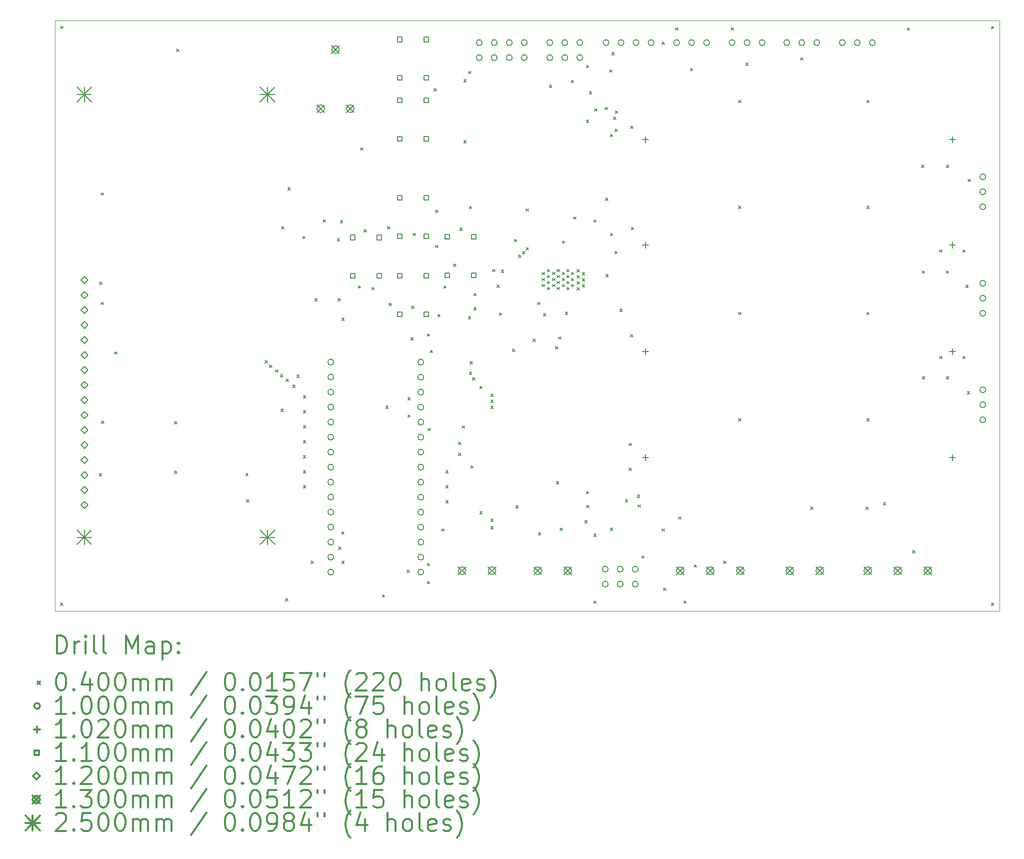
<source format=gbr>
%FSLAX45Y45*%
G04 Gerber Fmt 4.5, Leading zero omitted, Abs format (unit mm)*
G04 Created by KiCad (PCBNEW 5.1.10-88a1d61d58~88~ubuntu16.04.1) date 2021-10-02 00:42:27*
%MOMM*%
%LPD*%
G01*
G04 APERTURE LIST*
%TA.AperFunction,Profile*%
%ADD10C,0.050000*%
%TD*%
%ADD11C,0.200000*%
%ADD12C,0.300000*%
G04 APERTURE END LIST*
D10*
X5000000Y-5000000D02*
X5000000Y-15000000D01*
X21000000Y-5000000D02*
X5000000Y-5000000D01*
X21000000Y-15000000D02*
X21000000Y-5000000D01*
X5000000Y-15000000D02*
X21000000Y-15000000D01*
D11*
X5098100Y-5098100D02*
X5138100Y-5138100D01*
X5138100Y-5098100D02*
X5098100Y-5138100D01*
X5098100Y-14864400D02*
X5138100Y-14904400D01*
X5138100Y-14864400D02*
X5098100Y-14904400D01*
X5754700Y-12668600D02*
X5794700Y-12708600D01*
X5794700Y-12668600D02*
X5754700Y-12708600D01*
X5758500Y-9428800D02*
X5798500Y-9468800D01*
X5798500Y-9428800D02*
X5758500Y-9468800D01*
X5783900Y-7917500D02*
X5823900Y-7957500D01*
X5823900Y-7917500D02*
X5783900Y-7957500D01*
X5783900Y-9771700D02*
X5823900Y-9811700D01*
X5823900Y-9771700D02*
X5783900Y-9811700D01*
X5792800Y-11779600D02*
X5832800Y-11819600D01*
X5832800Y-11779600D02*
X5792800Y-11819600D01*
X6012500Y-10609900D02*
X6052500Y-10649900D01*
X6052500Y-10609900D02*
X6012500Y-10649900D01*
X7028500Y-11791000D02*
X7068500Y-11831000D01*
X7068500Y-11791000D02*
X7028500Y-11831000D01*
X7028500Y-12629200D02*
X7068500Y-12669200D01*
X7068500Y-12629200D02*
X7028500Y-12669200D01*
X7062800Y-5480400D02*
X7102800Y-5520400D01*
X7102800Y-5480400D02*
X7062800Y-5520400D01*
X8235000Y-12667300D02*
X8275000Y-12707300D01*
X8275000Y-12667300D02*
X8235000Y-12707300D01*
X8247700Y-13111800D02*
X8287700Y-13151800D01*
X8287700Y-13111800D02*
X8247700Y-13151800D01*
X8560347Y-10757590D02*
X8600347Y-10797590D01*
X8600347Y-10757590D02*
X8560347Y-10797590D01*
X8638718Y-10835690D02*
X8678718Y-10875690D01*
X8678718Y-10835690D02*
X8638718Y-10875690D01*
X8739596Y-10913790D02*
X8779596Y-10953790D01*
X8779596Y-10913790D02*
X8739596Y-10953790D01*
X8817648Y-10991890D02*
X8857648Y-11031890D01*
X8857648Y-10991890D02*
X8817648Y-11031890D01*
X8828100Y-11576400D02*
X8868100Y-11616400D01*
X8868100Y-11576400D02*
X8828100Y-11616400D01*
X8840800Y-8490300D02*
X8880800Y-8530300D01*
X8880800Y-8490300D02*
X8840800Y-8530300D01*
X8908100Y-14788200D02*
X8948100Y-14828200D01*
X8948100Y-14788200D02*
X8908100Y-14828200D01*
X8917000Y-11069990D02*
X8957000Y-11109990D01*
X8957000Y-11069990D02*
X8917000Y-11109990D01*
X8946200Y-7828600D02*
X8986200Y-7868600D01*
X8986200Y-7828600D02*
X8946200Y-7868600D01*
X9031300Y-11170000D02*
X9071300Y-11210000D01*
X9071300Y-11170000D02*
X9031300Y-11210000D01*
X9098600Y-11003600D02*
X9138600Y-11043600D01*
X9138600Y-11003600D02*
X9098600Y-11043600D01*
X9200200Y-8654100D02*
X9240200Y-8694100D01*
X9240200Y-8654100D02*
X9200200Y-8694100D01*
X9209100Y-11347800D02*
X9249100Y-11387800D01*
X9249100Y-11347800D02*
X9209100Y-11387800D01*
X9209100Y-11601800D02*
X9249100Y-11641800D01*
X9249100Y-11601800D02*
X9209100Y-11641800D01*
X9209100Y-11855800D02*
X9249100Y-11895800D01*
X9249100Y-11855800D02*
X9209100Y-11895800D01*
X9209100Y-12109800D02*
X9249100Y-12149800D01*
X9249100Y-12109800D02*
X9209100Y-12149800D01*
X9209100Y-12363800D02*
X9249100Y-12403800D01*
X9249100Y-12363800D02*
X9209100Y-12403800D01*
X9209100Y-12617800D02*
X9249100Y-12657800D01*
X9249100Y-12617800D02*
X9209100Y-12657800D01*
X9209100Y-12871800D02*
X9249100Y-12911800D01*
X9249100Y-12871800D02*
X9209100Y-12911800D01*
X9339900Y-14153200D02*
X9379900Y-14193200D01*
X9379900Y-14153200D02*
X9339900Y-14193200D01*
X9403400Y-9708200D02*
X9443400Y-9748200D01*
X9443400Y-9708200D02*
X9403400Y-9748200D01*
X9543100Y-8374700D02*
X9583100Y-8414700D01*
X9583100Y-8374700D02*
X9543100Y-8414700D01*
X9784400Y-8692200D02*
X9824400Y-8732200D01*
X9824400Y-8692200D02*
X9784400Y-8732200D01*
X9797100Y-9708200D02*
X9837100Y-9748200D01*
X9837100Y-9708200D02*
X9797100Y-9748200D01*
X9806000Y-13913200D02*
X9846000Y-13953200D01*
X9846000Y-13913200D02*
X9806000Y-13953200D01*
X9835200Y-8387400D02*
X9875200Y-8427400D01*
X9875200Y-8387400D02*
X9835200Y-8427400D01*
X9860600Y-10038400D02*
X9900600Y-10078400D01*
X9900600Y-10038400D02*
X9860600Y-10078400D01*
X9860600Y-13657900D02*
X9900600Y-13697900D01*
X9900600Y-13657900D02*
X9860600Y-13697900D01*
X9860600Y-14153200D02*
X9900600Y-14193200D01*
X9900600Y-14153200D02*
X9860600Y-14193200D01*
X10140000Y-9492300D02*
X10180000Y-9532300D01*
X10180000Y-9492300D02*
X10140000Y-9532300D01*
X10178100Y-7155500D02*
X10218100Y-7195500D01*
X10218100Y-7155500D02*
X10178100Y-7195500D01*
X10237800Y-8541100D02*
X10277800Y-8581100D01*
X10277800Y-8541100D02*
X10237800Y-8581100D01*
X10368600Y-9517700D02*
X10408600Y-9557700D01*
X10408600Y-9517700D02*
X10368600Y-9557700D01*
X10546400Y-14724700D02*
X10586400Y-14764700D01*
X10586400Y-14724700D02*
X10546400Y-14764700D01*
X10606101Y-11525601D02*
X10646101Y-11565601D01*
X10646101Y-11525601D02*
X10606101Y-11565601D01*
X10635300Y-8489000D02*
X10675300Y-8529000D01*
X10675300Y-8489000D02*
X10635300Y-8529000D01*
X10660700Y-9784400D02*
X10700700Y-9824400D01*
X10700700Y-9784400D02*
X10660700Y-9824400D01*
X10965500Y-14305600D02*
X11005500Y-14345600D01*
X11005500Y-14305600D02*
X10965500Y-14345600D01*
X10978200Y-11384600D02*
X11018200Y-11424600D01*
X11018200Y-11384600D02*
X10978200Y-11424600D01*
X10978200Y-11676700D02*
X11018200Y-11716700D01*
X11018200Y-11676700D02*
X10978200Y-11716700D01*
X11029000Y-10368600D02*
X11069000Y-10408600D01*
X11069000Y-10368600D02*
X11029000Y-10408600D01*
X11041700Y-9835200D02*
X11081700Y-9875200D01*
X11081700Y-9835200D02*
X11041700Y-9875200D01*
X11067100Y-8603300D02*
X11107100Y-8643300D01*
X11107100Y-8603300D02*
X11067100Y-8643300D01*
X11308400Y-10305100D02*
X11348400Y-10345100D01*
X11348400Y-10305100D02*
X11308400Y-10345100D01*
X11308400Y-14191300D02*
X11348400Y-14231300D01*
X11348400Y-14191300D02*
X11308400Y-14231300D01*
X11308400Y-14496100D02*
X11348400Y-14536100D01*
X11348400Y-14496100D02*
X11308400Y-14536100D01*
X11321100Y-11905300D02*
X11361100Y-11945300D01*
X11361100Y-11905300D02*
X11321100Y-11945300D01*
X11359200Y-10584500D02*
X11399200Y-10624500D01*
X11399200Y-10584500D02*
X11359200Y-10624500D01*
X11422700Y-6152200D02*
X11462700Y-6192200D01*
X11462700Y-6152200D02*
X11422700Y-6192200D01*
X11448100Y-8209600D02*
X11488100Y-8249600D01*
X11488100Y-8209600D02*
X11448100Y-8249600D01*
X11448100Y-8806500D02*
X11488100Y-8846500D01*
X11488100Y-8806500D02*
X11448100Y-8846500D01*
X11486200Y-9974900D02*
X11526200Y-10014900D01*
X11526200Y-9974900D02*
X11486200Y-10014900D01*
X11549700Y-13607100D02*
X11589700Y-13647100D01*
X11589700Y-13607100D02*
X11549700Y-13647100D01*
X11587800Y-9492300D02*
X11627800Y-9532300D01*
X11627800Y-9492300D02*
X11587800Y-9532300D01*
X11622100Y-12617800D02*
X11662100Y-12657800D01*
X11662100Y-12617800D02*
X11622100Y-12657800D01*
X11622100Y-12871800D02*
X11662100Y-12911800D01*
X11662100Y-12871800D02*
X11622100Y-12911800D01*
X11622100Y-13125800D02*
X11662100Y-13165800D01*
X11662100Y-13125800D02*
X11622100Y-13165800D01*
X11752900Y-9124000D02*
X11792900Y-9164000D01*
X11792900Y-9124000D02*
X11752900Y-9164000D01*
X11838000Y-12135200D02*
X11878000Y-12175200D01*
X11878000Y-12135200D02*
X11838000Y-12175200D01*
X11838000Y-12325700D02*
X11878000Y-12365700D01*
X11878000Y-12325700D02*
X11838000Y-12365700D01*
X11858974Y-8511274D02*
X11898974Y-8551274D01*
X11898974Y-8511274D02*
X11858974Y-8551274D01*
X11895150Y-11862150D02*
X11935150Y-11902150D01*
X11935150Y-11862150D02*
X11895150Y-11902150D01*
X11926900Y-6001100D02*
X11966900Y-6041100D01*
X11966900Y-6001100D02*
X11926900Y-6041100D01*
X11926900Y-7029800D02*
X11966900Y-7069800D01*
X11966900Y-7029800D02*
X11926900Y-7069800D01*
X12003100Y-10014300D02*
X12043100Y-10054300D01*
X12043100Y-10014300D02*
X12003100Y-10054300D01*
X12006900Y-5860100D02*
X12046900Y-5900100D01*
X12046900Y-5860100D02*
X12006900Y-5900100D01*
X12019600Y-8146100D02*
X12059600Y-8186100D01*
X12059600Y-8146100D02*
X12019600Y-8186100D01*
X12019600Y-10952800D02*
X12059600Y-10992800D01*
X12059600Y-10952800D02*
X12019600Y-10992800D01*
X12032300Y-10775000D02*
X12072300Y-10815000D01*
X12072300Y-10775000D02*
X12032300Y-10815000D01*
X12045000Y-12540300D02*
X12085000Y-12580300D01*
X12085000Y-12540300D02*
X12045000Y-12580300D01*
X12071893Y-11044313D02*
X12111893Y-11084313D01*
X12111893Y-11044313D02*
X12071893Y-11084313D01*
X12095800Y-9619300D02*
X12135800Y-9659300D01*
X12135800Y-9619300D02*
X12095800Y-9659300D01*
X12095800Y-9860600D02*
X12135800Y-9900600D01*
X12135800Y-9860600D02*
X12095800Y-9900600D01*
X12197400Y-11194100D02*
X12237400Y-11234100D01*
X12237400Y-11194100D02*
X12197400Y-11234100D01*
X12197400Y-13315000D02*
X12237400Y-13355000D01*
X12237400Y-13315000D02*
X12197400Y-13355000D01*
X12384100Y-13442000D02*
X12424100Y-13482000D01*
X12424100Y-13442000D02*
X12384100Y-13482000D01*
X12384100Y-13569000D02*
X12424100Y-13609000D01*
X12424100Y-13569000D02*
X12384100Y-13609000D01*
X12384101Y-11322400D02*
X12424101Y-11362400D01*
X12424101Y-11322400D02*
X12384101Y-11362400D01*
X12384101Y-11424000D02*
X12424101Y-11464000D01*
X12424101Y-11424000D02*
X12384101Y-11464000D01*
X12384101Y-11525600D02*
X12424101Y-11565600D01*
X12424101Y-11525600D02*
X12384101Y-11565600D01*
X12413300Y-9212900D02*
X12453300Y-9252900D01*
X12453300Y-9212900D02*
X12413300Y-9252900D01*
X12489500Y-9479600D02*
X12529500Y-9519600D01*
X12529500Y-9479600D02*
X12489500Y-9519600D01*
X12527600Y-9949500D02*
X12567600Y-9989500D01*
X12567600Y-9949500D02*
X12527600Y-9989500D01*
X12561900Y-9226900D02*
X12601900Y-9266900D01*
X12601900Y-9226900D02*
X12561900Y-9266900D01*
X12752400Y-10562900D02*
X12792400Y-10602900D01*
X12792400Y-10562900D02*
X12752400Y-10602900D01*
X12781600Y-8704900D02*
X12821600Y-8744900D01*
X12821600Y-8704900D02*
X12781600Y-8744900D01*
X12807000Y-13213400D02*
X12847000Y-13253400D01*
X12847000Y-13213400D02*
X12807000Y-13253400D01*
X12854000Y-8972900D02*
X12894000Y-9012900D01*
X12894000Y-8972900D02*
X12854000Y-9012900D01*
X12917500Y-8909400D02*
X12957500Y-8949400D01*
X12957500Y-8909400D02*
X12917500Y-8949400D01*
X12981001Y-8187999D02*
X13021001Y-8227999D01*
X13021001Y-8187999D02*
X12981001Y-8227999D01*
X12981001Y-8845900D02*
X13021001Y-8885900D01*
X13021001Y-8845900D02*
X12981001Y-8885900D01*
X13099100Y-10394000D02*
X13139100Y-10434000D01*
X13139100Y-10394000D02*
X13099100Y-10434000D01*
X13175300Y-9771700D02*
X13215300Y-9811700D01*
X13215300Y-9771700D02*
X13175300Y-9811700D01*
X13188000Y-13670600D02*
X13228000Y-13710600D01*
X13228000Y-13670600D02*
X13188000Y-13710600D01*
X13251500Y-9263700D02*
X13291500Y-9303700D01*
X13291500Y-9263700D02*
X13251500Y-9303700D01*
X13251500Y-9365300D02*
X13291500Y-9405300D01*
X13291500Y-9365300D02*
X13251500Y-9405300D01*
X13251500Y-9466900D02*
X13291500Y-9506900D01*
X13291500Y-9466900D02*
X13251500Y-9506900D01*
X13273100Y-9963500D02*
X13313100Y-10003500D01*
X13313100Y-9963500D02*
X13273100Y-10003500D01*
X13340400Y-9212900D02*
X13380400Y-9252900D01*
X13380400Y-9212900D02*
X13340400Y-9252900D01*
X13340400Y-9314500D02*
X13380400Y-9354500D01*
X13380400Y-9314500D02*
X13340400Y-9354500D01*
X13340400Y-9416100D02*
X13380400Y-9456100D01*
X13380400Y-9416100D02*
X13340400Y-9456100D01*
X13340400Y-9517700D02*
X13380400Y-9557700D01*
X13380400Y-9517700D02*
X13340400Y-9557700D01*
X13374700Y-6090000D02*
X13414700Y-6130000D01*
X13414700Y-6090000D02*
X13374700Y-6130000D01*
X13429300Y-9263700D02*
X13469300Y-9303700D01*
X13469300Y-9263700D02*
X13429300Y-9303700D01*
X13429300Y-9365300D02*
X13469300Y-9405300D01*
X13469300Y-9365300D02*
X13429300Y-9405300D01*
X13429300Y-9466900D02*
X13469300Y-9506900D01*
X13469300Y-9466900D02*
X13429300Y-9506900D01*
X13480100Y-10521000D02*
X13520100Y-10561000D01*
X13520100Y-10521000D02*
X13480100Y-10561000D01*
X13492800Y-12807000D02*
X13532800Y-12847000D01*
X13532800Y-12807000D02*
X13492800Y-12847000D01*
X13505500Y-9212900D02*
X13545500Y-9252900D01*
X13545500Y-9212900D02*
X13505500Y-9252900D01*
X13505500Y-9314500D02*
X13545500Y-9354500D01*
X13545500Y-9314500D02*
X13505500Y-9354500D01*
X13505500Y-9416100D02*
X13545500Y-9456100D01*
X13545500Y-9416100D02*
X13505500Y-9456100D01*
X13505500Y-9517700D02*
X13545500Y-9557700D01*
X13545500Y-9517700D02*
X13505500Y-9557700D01*
X13530900Y-10355900D02*
X13570900Y-10395900D01*
X13570900Y-10355900D02*
X13530900Y-10395900D01*
X13556300Y-13594400D02*
X13596300Y-13634400D01*
X13596300Y-13594400D02*
X13556300Y-13634400D01*
X13594400Y-8730300D02*
X13634400Y-8770300D01*
X13634400Y-8730300D02*
X13594400Y-8770300D01*
X13594400Y-9263700D02*
X13634400Y-9303700D01*
X13634400Y-9263700D02*
X13594400Y-9303700D01*
X13594400Y-9365300D02*
X13634400Y-9405300D01*
X13634400Y-9365300D02*
X13594400Y-9405300D01*
X13594400Y-9466900D02*
X13634400Y-9506900D01*
X13634400Y-9466900D02*
X13594400Y-9506900D01*
X13645200Y-9936800D02*
X13685200Y-9976800D01*
X13685200Y-9936800D02*
X13645200Y-9976800D01*
X13670600Y-9212900D02*
X13710600Y-9252900D01*
X13710600Y-9212900D02*
X13670600Y-9252900D01*
X13670600Y-9314500D02*
X13710600Y-9354500D01*
X13710600Y-9314500D02*
X13670600Y-9354500D01*
X13670600Y-9416100D02*
X13710600Y-9456100D01*
X13710600Y-9416100D02*
X13670600Y-9456100D01*
X13670600Y-9517700D02*
X13710600Y-9557700D01*
X13710600Y-9517700D02*
X13670600Y-9557700D01*
X13746800Y-6012500D02*
X13786800Y-6052500D01*
X13786800Y-6012500D02*
X13746800Y-6052500D01*
X13746800Y-9263700D02*
X13786800Y-9303700D01*
X13786800Y-9263700D02*
X13746800Y-9303700D01*
X13746800Y-9365300D02*
X13786800Y-9405300D01*
X13786800Y-9365300D02*
X13746800Y-9405300D01*
X13746800Y-9466900D02*
X13786800Y-9506900D01*
X13786800Y-9466900D02*
X13746800Y-9506900D01*
X13784900Y-8323900D02*
X13824900Y-8363900D01*
X13824900Y-8323900D02*
X13784900Y-8363900D01*
X13844600Y-9214200D02*
X13884600Y-9254200D01*
X13884600Y-9214200D02*
X13844600Y-9254200D01*
X13844600Y-9315800D02*
X13884600Y-9355800D01*
X13884600Y-9315800D02*
X13844600Y-9355800D01*
X13844600Y-9417400D02*
X13884600Y-9457400D01*
X13884600Y-9417400D02*
X13844600Y-9457400D01*
X13844600Y-9519000D02*
X13884600Y-9559000D01*
X13884600Y-9519000D02*
X13844600Y-9559000D01*
X13933500Y-9265000D02*
X13973500Y-9305000D01*
X13973500Y-9265000D02*
X13933500Y-9305000D01*
X13933500Y-9366600D02*
X13973500Y-9406600D01*
X13973500Y-9366600D02*
X13933500Y-9406600D01*
X13933500Y-9468200D02*
X13973500Y-9508200D01*
X13973500Y-9468200D02*
X13933500Y-9508200D01*
X13975400Y-13467400D02*
X14015400Y-13507400D01*
X14015400Y-13467400D02*
X13975400Y-13507400D01*
X14000800Y-5758500D02*
X14040800Y-5798500D01*
X14040800Y-5758500D02*
X14000800Y-5798500D01*
X14000800Y-6685600D02*
X14040800Y-6725600D01*
X14040800Y-6685600D02*
X14000800Y-6725600D01*
X14000800Y-12972100D02*
X14040800Y-13012100D01*
X14040800Y-12972100D02*
X14000800Y-13012100D01*
X14005850Y-13208350D02*
X14045850Y-13248350D01*
X14045850Y-13208350D02*
X14005850Y-13248350D01*
X14051600Y-6203000D02*
X14091600Y-6243000D01*
X14091600Y-6203000D02*
X14051600Y-6243000D01*
X14127800Y-8374700D02*
X14167800Y-8414700D01*
X14167800Y-8374700D02*
X14127800Y-8414700D01*
X14127800Y-13696000D02*
X14167800Y-13736000D01*
X14167800Y-13696000D02*
X14127800Y-13736000D01*
X14127800Y-14826300D02*
X14167800Y-14866300D01*
X14167800Y-14826300D02*
X14127800Y-14866300D01*
X14140500Y-6495100D02*
X14180500Y-6535100D01*
X14180500Y-6495100D02*
X14140500Y-6535100D01*
X14318300Y-6469700D02*
X14358300Y-6509700D01*
X14358300Y-6469700D02*
X14318300Y-6509700D01*
X14329100Y-8006400D02*
X14369100Y-8046400D01*
X14369100Y-8006400D02*
X14329100Y-8046400D01*
X14331000Y-9301800D02*
X14371000Y-9341800D01*
X14371000Y-9301800D02*
X14331000Y-9341800D01*
X14394500Y-5834700D02*
X14434500Y-5874700D01*
X14434500Y-5834700D02*
X14394500Y-5874700D01*
X14407200Y-6926899D02*
X14447200Y-6966899D01*
X14447200Y-6926899D02*
X14407200Y-6966899D01*
X14407200Y-8603300D02*
X14447200Y-8643300D01*
X14447200Y-8603300D02*
X14407200Y-8643300D01*
X14407200Y-13594400D02*
X14447200Y-13634400D01*
X14447200Y-13594400D02*
X14407200Y-13634400D01*
X14432600Y-5542600D02*
X14472600Y-5582600D01*
X14472600Y-5542600D02*
X14432600Y-5582600D01*
X14463268Y-6633382D02*
X14503268Y-6673382D01*
X14503268Y-6633382D02*
X14463268Y-6673382D01*
X14483400Y-8908100D02*
X14523400Y-8948100D01*
X14523400Y-8908100D02*
X14483400Y-8948100D01*
X14485301Y-6839300D02*
X14525301Y-6879300D01*
X14525301Y-6839300D02*
X14485301Y-6879300D01*
X14490400Y-6527425D02*
X14530400Y-6567425D01*
X14530400Y-6527425D02*
X14490400Y-6567425D01*
X14568500Y-9887300D02*
X14608500Y-9927300D01*
X14608500Y-9887300D02*
X14568500Y-9927300D01*
X14661200Y-13111800D02*
X14701200Y-13151800D01*
X14701200Y-13111800D02*
X14661200Y-13151800D01*
X14724700Y-12159300D02*
X14764700Y-12199300D01*
X14764700Y-12159300D02*
X14724700Y-12199300D01*
X14724700Y-12578400D02*
X14764700Y-12618400D01*
X14764700Y-12578400D02*
X14724700Y-12618400D01*
X14750100Y-6787200D02*
X14790100Y-6827200D01*
X14790100Y-6787200D02*
X14750100Y-6827200D01*
X14750100Y-10317800D02*
X14790100Y-10357800D01*
X14790100Y-10317800D02*
X14750100Y-10357800D01*
X14762800Y-8501700D02*
X14802800Y-8541700D01*
X14802800Y-8501700D02*
X14762800Y-8541700D01*
X14864400Y-13033700D02*
X14904400Y-13073700D01*
X14904400Y-13033700D02*
X14864400Y-13073700D01*
X14877100Y-13200700D02*
X14917100Y-13240700D01*
X14917100Y-13200700D02*
X14877100Y-13240700D01*
X14940600Y-14064300D02*
X14980600Y-14104300D01*
X14980600Y-14064300D02*
X14940600Y-14104300D01*
X15283500Y-5364800D02*
X15323500Y-5404800D01*
X15323500Y-5364800D02*
X15283500Y-5404800D01*
X15283500Y-13607100D02*
X15323500Y-13647100D01*
X15323500Y-13607100D02*
X15283500Y-13647100D01*
X15308900Y-14610400D02*
X15348900Y-14650400D01*
X15348900Y-14610400D02*
X15308900Y-14650400D01*
X15512100Y-5123500D02*
X15552100Y-5163500D01*
X15552100Y-5123500D02*
X15512100Y-5163500D01*
X15562900Y-13403900D02*
X15602900Y-13443900D01*
X15602900Y-13403900D02*
X15562900Y-13443900D01*
X15651800Y-14826300D02*
X15691800Y-14866300D01*
X15691800Y-14826300D02*
X15651800Y-14866300D01*
X15762300Y-5809300D02*
X15802300Y-5849300D01*
X15802300Y-5809300D02*
X15762300Y-5849300D01*
X15829600Y-14216700D02*
X15869600Y-14256700D01*
X15869600Y-14216700D02*
X15829600Y-14256700D01*
X16324900Y-14153200D02*
X16364900Y-14193200D01*
X16364900Y-14153200D02*
X16324900Y-14193200D01*
X16451900Y-5123500D02*
X16491900Y-5163500D01*
X16491900Y-5123500D02*
X16451900Y-5163500D01*
X16577600Y-6350600D02*
X16617600Y-6390600D01*
X16617600Y-6350600D02*
X16577600Y-6390600D01*
X16577600Y-8141300D02*
X16617600Y-8181300D01*
X16617600Y-8141300D02*
X16577600Y-8181300D01*
X16578900Y-9940200D02*
X16618900Y-9980200D01*
X16618900Y-9940200D02*
X16578900Y-9980200D01*
X16578900Y-11740200D02*
X16618900Y-11780200D01*
X16618900Y-11740200D02*
X16578900Y-11780200D01*
X16702101Y-5720400D02*
X16742101Y-5760400D01*
X16742101Y-5720400D02*
X16702101Y-5760400D01*
X17629200Y-5631500D02*
X17669200Y-5671500D01*
X17669200Y-5631500D02*
X17629200Y-5671500D01*
X17798100Y-13238800D02*
X17838100Y-13278800D01*
X17838100Y-13238800D02*
X17798100Y-13278800D01*
X18737900Y-13238800D02*
X18777900Y-13278800D01*
X18777900Y-13238800D02*
X18737900Y-13278800D01*
X18749300Y-6350600D02*
X18789300Y-6390600D01*
X18789300Y-6350600D02*
X18749300Y-6390600D01*
X18749300Y-8141300D02*
X18789300Y-8181300D01*
X18789300Y-8141300D02*
X18749300Y-8181300D01*
X18750600Y-9940200D02*
X18790600Y-9980200D01*
X18790600Y-9940200D02*
X18750600Y-9980200D01*
X18750600Y-11740200D02*
X18790600Y-11780200D01*
X18790600Y-11740200D02*
X18750600Y-11780200D01*
X19030000Y-13162600D02*
X19070000Y-13202600D01*
X19070000Y-13162600D02*
X19030000Y-13202600D01*
X19436400Y-5123500D02*
X19476400Y-5163500D01*
X19476400Y-5123500D02*
X19436400Y-5163500D01*
X19525300Y-13975400D02*
X19565300Y-14015400D01*
X19565300Y-13975400D02*
X19525300Y-14015400D01*
X19677700Y-7447600D02*
X19717700Y-7487600D01*
X19717700Y-7447600D02*
X19677700Y-7487600D01*
X19690400Y-9238300D02*
X19730400Y-9278300D01*
X19730400Y-9238300D02*
X19690400Y-9278300D01*
X19690400Y-11029000D02*
X19730400Y-11069000D01*
X19730400Y-11029000D02*
X19690400Y-11069000D01*
X19982500Y-8882700D02*
X20022500Y-8922700D01*
X20022500Y-8882700D02*
X19982500Y-8922700D01*
X19982500Y-10686100D02*
X20022500Y-10726100D01*
X20022500Y-10686100D02*
X19982500Y-10726100D01*
X20096800Y-7447600D02*
X20136800Y-7487600D01*
X20136800Y-7447600D02*
X20096800Y-7487600D01*
X20096800Y-9238300D02*
X20136800Y-9278300D01*
X20136800Y-9238300D02*
X20096800Y-9278300D01*
X20096800Y-11029000D02*
X20136800Y-11069000D01*
X20136800Y-11029000D02*
X20096800Y-11069000D01*
X20376200Y-8882700D02*
X20416200Y-8922700D01*
X20416200Y-8882700D02*
X20376200Y-8922700D01*
X20376200Y-10686100D02*
X20416200Y-10726100D01*
X20416200Y-10686100D02*
X20376200Y-10726100D01*
X20427000Y-9479600D02*
X20467000Y-9519600D01*
X20467000Y-9479600D02*
X20427000Y-9519600D01*
X20452400Y-11283000D02*
X20492400Y-11323000D01*
X20492400Y-11283000D02*
X20452400Y-11323000D01*
X20465100Y-7688900D02*
X20505100Y-7728900D01*
X20505100Y-7688900D02*
X20465100Y-7728900D01*
X20858800Y-5098100D02*
X20898800Y-5138100D01*
X20898800Y-5098100D02*
X20858800Y-5138100D01*
X20858800Y-14864400D02*
X20898800Y-14904400D01*
X20898800Y-14864400D02*
X20858800Y-14904400D01*
X9723600Y-10783600D02*
G75*
G03*
X9723600Y-10783600I-50000J0D01*
G01*
X9723600Y-11037600D02*
G75*
G03*
X9723600Y-11037600I-50000J0D01*
G01*
X9723600Y-11291600D02*
G75*
G03*
X9723600Y-11291600I-50000J0D01*
G01*
X9723600Y-11545600D02*
G75*
G03*
X9723600Y-11545600I-50000J0D01*
G01*
X9723600Y-11799600D02*
G75*
G03*
X9723600Y-11799600I-50000J0D01*
G01*
X9723600Y-12053600D02*
G75*
G03*
X9723600Y-12053600I-50000J0D01*
G01*
X9723600Y-12307600D02*
G75*
G03*
X9723600Y-12307600I-50000J0D01*
G01*
X9723600Y-12561600D02*
G75*
G03*
X9723600Y-12561600I-50000J0D01*
G01*
X9723600Y-12815600D02*
G75*
G03*
X9723600Y-12815600I-50000J0D01*
G01*
X9723600Y-13069600D02*
G75*
G03*
X9723600Y-13069600I-50000J0D01*
G01*
X9723600Y-13323600D02*
G75*
G03*
X9723600Y-13323600I-50000J0D01*
G01*
X9723600Y-13577600D02*
G75*
G03*
X9723600Y-13577600I-50000J0D01*
G01*
X9723600Y-13831600D02*
G75*
G03*
X9723600Y-13831600I-50000J0D01*
G01*
X9723600Y-14085600D02*
G75*
G03*
X9723600Y-14085600I-50000J0D01*
G01*
X9723600Y-14339600D02*
G75*
G03*
X9723600Y-14339600I-50000J0D01*
G01*
X11247600Y-10783600D02*
G75*
G03*
X11247600Y-10783600I-50000J0D01*
G01*
X11247600Y-11037600D02*
G75*
G03*
X11247600Y-11037600I-50000J0D01*
G01*
X11247600Y-11291600D02*
G75*
G03*
X11247600Y-11291600I-50000J0D01*
G01*
X11247600Y-11545600D02*
G75*
G03*
X11247600Y-11545600I-50000J0D01*
G01*
X11247600Y-11799600D02*
G75*
G03*
X11247600Y-11799600I-50000J0D01*
G01*
X11247600Y-12053600D02*
G75*
G03*
X11247600Y-12053600I-50000J0D01*
G01*
X11247600Y-12307600D02*
G75*
G03*
X11247600Y-12307600I-50000J0D01*
G01*
X11247600Y-12561600D02*
G75*
G03*
X11247600Y-12561600I-50000J0D01*
G01*
X11247600Y-12815600D02*
G75*
G03*
X11247600Y-12815600I-50000J0D01*
G01*
X11247600Y-13069600D02*
G75*
G03*
X11247600Y-13069600I-50000J0D01*
G01*
X11247600Y-13323600D02*
G75*
G03*
X11247600Y-13323600I-50000J0D01*
G01*
X11247600Y-13577600D02*
G75*
G03*
X11247600Y-13577600I-50000J0D01*
G01*
X11247600Y-13831600D02*
G75*
G03*
X11247600Y-13831600I-50000J0D01*
G01*
X11247600Y-14085600D02*
G75*
G03*
X11247600Y-14085600I-50000J0D01*
G01*
X11247600Y-14339600D02*
G75*
G03*
X11247600Y-14339600I-50000J0D01*
G01*
X12238200Y-5373400D02*
G75*
G03*
X12238200Y-5373400I-50000J0D01*
G01*
X12238200Y-5627400D02*
G75*
G03*
X12238200Y-5627400I-50000J0D01*
G01*
X12492200Y-5373400D02*
G75*
G03*
X12492200Y-5373400I-50000J0D01*
G01*
X12492200Y-5627400D02*
G75*
G03*
X12492200Y-5627400I-50000J0D01*
G01*
X12746200Y-5373400D02*
G75*
G03*
X12746200Y-5373400I-50000J0D01*
G01*
X12746200Y-5627400D02*
G75*
G03*
X12746200Y-5627400I-50000J0D01*
G01*
X13000200Y-5373400D02*
G75*
G03*
X13000200Y-5373400I-50000J0D01*
G01*
X13000200Y-5627400D02*
G75*
G03*
X13000200Y-5627400I-50000J0D01*
G01*
X13432000Y-5373400D02*
G75*
G03*
X13432000Y-5373400I-50000J0D01*
G01*
X13432000Y-5627400D02*
G75*
G03*
X13432000Y-5627400I-50000J0D01*
G01*
X13686000Y-5373400D02*
G75*
G03*
X13686000Y-5373400I-50000J0D01*
G01*
X13686000Y-5627400D02*
G75*
G03*
X13686000Y-5627400I-50000J0D01*
G01*
X13940000Y-5373400D02*
G75*
G03*
X13940000Y-5373400I-50000J0D01*
G01*
X13940000Y-5627400D02*
G75*
G03*
X13940000Y-5627400I-50000J0D01*
G01*
X14371800Y-14288800D02*
G75*
G03*
X14371800Y-14288800I-50000J0D01*
G01*
X14371800Y-14542800D02*
G75*
G03*
X14371800Y-14542800I-50000J0D01*
G01*
X14384500Y-5373400D02*
G75*
G03*
X14384500Y-5373400I-50000J0D01*
G01*
X14625800Y-14288800D02*
G75*
G03*
X14625800Y-14288800I-50000J0D01*
G01*
X14625800Y-14542800D02*
G75*
G03*
X14625800Y-14542800I-50000J0D01*
G01*
X14638500Y-5373400D02*
G75*
G03*
X14638500Y-5373400I-50000J0D01*
G01*
X14879800Y-14288800D02*
G75*
G03*
X14879800Y-14288800I-50000J0D01*
G01*
X14879800Y-14542800D02*
G75*
G03*
X14879800Y-14542800I-50000J0D01*
G01*
X14892500Y-5373400D02*
G75*
G03*
X14892500Y-5373400I-50000J0D01*
G01*
X15146500Y-5373400D02*
G75*
G03*
X15146500Y-5373400I-50000J0D01*
G01*
X15578300Y-5373400D02*
G75*
G03*
X15578300Y-5373400I-50000J0D01*
G01*
X15832300Y-5373400D02*
G75*
G03*
X15832300Y-5373400I-50000J0D01*
G01*
X16086300Y-5373400D02*
G75*
G03*
X16086300Y-5373400I-50000J0D01*
G01*
X16518100Y-5373400D02*
G75*
G03*
X16518100Y-5373400I-50000J0D01*
G01*
X16772100Y-5373400D02*
G75*
G03*
X16772100Y-5373400I-50000J0D01*
G01*
X17026100Y-5373400D02*
G75*
G03*
X17026100Y-5373400I-50000J0D01*
G01*
X17445200Y-5373400D02*
G75*
G03*
X17445200Y-5373400I-50000J0D01*
G01*
X17699200Y-5373400D02*
G75*
G03*
X17699200Y-5373400I-50000J0D01*
G01*
X17953200Y-5373400D02*
G75*
G03*
X17953200Y-5373400I-50000J0D01*
G01*
X18385000Y-5373400D02*
G75*
G03*
X18385000Y-5373400I-50000J0D01*
G01*
X18639000Y-5373400D02*
G75*
G03*
X18639000Y-5373400I-50000J0D01*
G01*
X18893000Y-5373400D02*
G75*
G03*
X18893000Y-5373400I-50000J0D01*
G01*
X20763700Y-7645400D02*
G75*
G03*
X20763700Y-7645400I-50000J0D01*
G01*
X20763700Y-7899400D02*
G75*
G03*
X20763700Y-7899400I-50000J0D01*
G01*
X20763700Y-8153400D02*
G75*
G03*
X20763700Y-8153400I-50000J0D01*
G01*
X20763700Y-9448800D02*
G75*
G03*
X20763700Y-9448800I-50000J0D01*
G01*
X20763700Y-9702800D02*
G75*
G03*
X20763700Y-9702800I-50000J0D01*
G01*
X20763700Y-9956800D02*
G75*
G03*
X20763700Y-9956800I-50000J0D01*
G01*
X20763700Y-11252200D02*
G75*
G03*
X20763700Y-11252200I-50000J0D01*
G01*
X20763700Y-11506200D02*
G75*
G03*
X20763700Y-11506200I-50000J0D01*
G01*
X20763700Y-11760200D02*
G75*
G03*
X20763700Y-11760200I-50000J0D01*
G01*
X14998700Y-6959400D02*
X14998700Y-7061400D01*
X14947700Y-7010400D02*
X15049700Y-7010400D01*
X14998700Y-8750100D02*
X14998700Y-8852100D01*
X14947700Y-8801100D02*
X15049700Y-8801100D01*
X15000000Y-10549000D02*
X15000000Y-10651000D01*
X14949000Y-10600000D02*
X15051000Y-10600000D01*
X15000000Y-12349000D02*
X15000000Y-12451000D01*
X14949000Y-12400000D02*
X15051000Y-12400000D01*
X20197700Y-6959400D02*
X20197700Y-7061400D01*
X20146700Y-7010400D02*
X20248700Y-7010400D01*
X20197700Y-8750100D02*
X20197700Y-8852100D01*
X20146700Y-8801100D02*
X20248700Y-8801100D01*
X20199000Y-10549000D02*
X20199000Y-10651000D01*
X20148000Y-10600000D02*
X20250000Y-10600000D01*
X20199000Y-12349000D02*
X20199000Y-12451000D01*
X20148000Y-12400000D02*
X20250000Y-12400000D01*
X10080791Y-8711991D02*
X10080791Y-8634209D01*
X10003009Y-8634209D01*
X10003009Y-8711991D01*
X10080791Y-8711991D01*
X10080791Y-9361991D02*
X10080791Y-9284209D01*
X10003009Y-9284209D01*
X10003009Y-9361991D01*
X10080791Y-9361991D01*
X10530791Y-8711991D02*
X10530791Y-8634209D01*
X10453009Y-8634209D01*
X10453009Y-8711991D01*
X10530791Y-8711991D01*
X10530791Y-9361991D02*
X10530791Y-9284209D01*
X10453009Y-9284209D01*
X10453009Y-9361991D01*
X10530791Y-9361991D01*
X10880891Y-5359191D02*
X10880891Y-5281409D01*
X10803109Y-5281409D01*
X10803109Y-5359191D01*
X10880891Y-5359191D01*
X10880891Y-6009191D02*
X10880891Y-5931409D01*
X10803109Y-5931409D01*
X10803109Y-6009191D01*
X10880891Y-6009191D01*
X10880891Y-6387891D02*
X10880891Y-6310109D01*
X10803109Y-6310109D01*
X10803109Y-6387891D01*
X10880891Y-6387891D01*
X10880891Y-7037891D02*
X10880891Y-6960109D01*
X10803109Y-6960109D01*
X10803109Y-7037891D01*
X10880891Y-7037891D01*
X10880891Y-8038891D02*
X10880891Y-7961109D01*
X10803109Y-7961109D01*
X10803109Y-8038891D01*
X10880891Y-8038891D01*
X10880891Y-8688891D02*
X10880891Y-8611109D01*
X10803109Y-8611109D01*
X10803109Y-8688891D01*
X10880891Y-8688891D01*
X10880891Y-9359691D02*
X10880891Y-9281909D01*
X10803109Y-9281909D01*
X10803109Y-9359691D01*
X10880891Y-9359691D01*
X10880891Y-10009691D02*
X10880891Y-9931909D01*
X10803109Y-9931909D01*
X10803109Y-10009691D01*
X10880891Y-10009691D01*
X11330891Y-5359191D02*
X11330891Y-5281409D01*
X11253109Y-5281409D01*
X11253109Y-5359191D01*
X11330891Y-5359191D01*
X11330891Y-6009191D02*
X11330891Y-5931409D01*
X11253109Y-5931409D01*
X11253109Y-6009191D01*
X11330891Y-6009191D01*
X11330891Y-6387891D02*
X11330891Y-6310109D01*
X11253109Y-6310109D01*
X11253109Y-6387891D01*
X11330891Y-6387891D01*
X11330891Y-7037891D02*
X11330891Y-6960109D01*
X11253109Y-6960109D01*
X11253109Y-7037891D01*
X11330891Y-7037891D01*
X11330891Y-8038891D02*
X11330891Y-7961109D01*
X11253109Y-7961109D01*
X11253109Y-8038891D01*
X11330891Y-8038891D01*
X11330891Y-8688891D02*
X11330891Y-8611109D01*
X11253109Y-8611109D01*
X11253109Y-8688891D01*
X11330891Y-8688891D01*
X11330891Y-9359691D02*
X11330891Y-9281909D01*
X11253109Y-9281909D01*
X11253109Y-9359691D01*
X11330891Y-9359691D01*
X11330891Y-10009691D02*
X11330891Y-9931909D01*
X11253109Y-9931909D01*
X11253109Y-10009691D01*
X11330891Y-10009691D01*
X11680991Y-8699291D02*
X11680991Y-8621509D01*
X11603209Y-8621509D01*
X11603209Y-8699291D01*
X11680991Y-8699291D01*
X11680991Y-9349291D02*
X11680991Y-9271509D01*
X11603209Y-9271509D01*
X11603209Y-9349291D01*
X11680991Y-9349291D01*
X12130991Y-8699291D02*
X12130991Y-8621509D01*
X12053209Y-8621509D01*
X12053209Y-8699291D01*
X12130991Y-8699291D01*
X12130991Y-9349291D02*
X12130991Y-9271509D01*
X12053209Y-9271509D01*
X12053209Y-9349291D01*
X12130991Y-9349291D01*
X5500000Y-9450090D02*
X5560000Y-9390090D01*
X5500000Y-9330090D01*
X5440000Y-9390090D01*
X5500000Y-9450090D01*
X5500000Y-9704090D02*
X5560000Y-9644090D01*
X5500000Y-9584090D01*
X5440000Y-9644090D01*
X5500000Y-9704090D01*
X5500000Y-9958090D02*
X5560000Y-9898090D01*
X5500000Y-9838090D01*
X5440000Y-9898090D01*
X5500000Y-9958090D01*
X5500000Y-10212090D02*
X5560000Y-10152090D01*
X5500000Y-10092090D01*
X5440000Y-10152090D01*
X5500000Y-10212090D01*
X5500000Y-10466090D02*
X5560000Y-10406090D01*
X5500000Y-10346090D01*
X5440000Y-10406090D01*
X5500000Y-10466090D01*
X5500000Y-10720090D02*
X5560000Y-10660090D01*
X5500000Y-10600090D01*
X5440000Y-10660090D01*
X5500000Y-10720090D01*
X5500000Y-10974090D02*
X5560000Y-10914090D01*
X5500000Y-10854090D01*
X5440000Y-10914090D01*
X5500000Y-10974090D01*
X5500000Y-11228090D02*
X5560000Y-11168090D01*
X5500000Y-11108090D01*
X5440000Y-11168090D01*
X5500000Y-11228090D01*
X5500000Y-11482090D02*
X5560000Y-11422090D01*
X5500000Y-11362090D01*
X5440000Y-11422090D01*
X5500000Y-11482090D01*
X5500000Y-11736090D02*
X5560000Y-11676090D01*
X5500000Y-11616090D01*
X5440000Y-11676090D01*
X5500000Y-11736090D01*
X5500000Y-11990090D02*
X5560000Y-11930090D01*
X5500000Y-11870090D01*
X5440000Y-11930090D01*
X5500000Y-11990090D01*
X5500000Y-12244090D02*
X5560000Y-12184090D01*
X5500000Y-12124090D01*
X5440000Y-12184090D01*
X5500000Y-12244090D01*
X5500000Y-12498090D02*
X5560000Y-12438090D01*
X5500000Y-12378090D01*
X5440000Y-12438090D01*
X5500000Y-12498090D01*
X5500000Y-12752090D02*
X5560000Y-12692090D01*
X5500000Y-12632090D01*
X5440000Y-12692090D01*
X5500000Y-12752090D01*
X5500000Y-13006090D02*
X5560000Y-12946090D01*
X5500000Y-12886090D01*
X5440000Y-12946090D01*
X5500000Y-13006090D01*
X5500000Y-13260090D02*
X5560000Y-13200090D01*
X5500000Y-13140090D01*
X5440000Y-13200090D01*
X5500000Y-13260090D01*
X9438800Y-6426000D02*
X9568800Y-6556000D01*
X9568800Y-6426000D02*
X9438800Y-6556000D01*
X9568800Y-6491000D02*
G75*
G03*
X9568800Y-6491000I-65000J0D01*
G01*
X9688800Y-5426000D02*
X9818800Y-5556000D01*
X9818800Y-5426000D02*
X9688800Y-5556000D01*
X9818800Y-5491000D02*
G75*
G03*
X9818800Y-5491000I-65000J0D01*
G01*
X9938800Y-6426000D02*
X10068800Y-6556000D01*
X10068800Y-6426000D02*
X9938800Y-6556000D01*
X10068800Y-6491000D02*
G75*
G03*
X10068800Y-6491000I-65000J0D01*
G01*
X11831100Y-14249200D02*
X11961100Y-14379200D01*
X11961100Y-14249200D02*
X11831100Y-14379200D01*
X11961100Y-14314200D02*
G75*
G03*
X11961100Y-14314200I-65000J0D01*
G01*
X12339100Y-14249200D02*
X12469100Y-14379200D01*
X12469100Y-14249200D02*
X12339100Y-14379200D01*
X12469100Y-14314200D02*
G75*
G03*
X12469100Y-14314200I-65000J0D01*
G01*
X13113800Y-14249200D02*
X13243800Y-14379200D01*
X13243800Y-14249200D02*
X13113800Y-14379200D01*
X13243800Y-14314200D02*
G75*
G03*
X13243800Y-14314200I-65000J0D01*
G01*
X13621800Y-14249200D02*
X13751800Y-14379200D01*
X13751800Y-14249200D02*
X13621800Y-14379200D01*
X13751800Y-14314200D02*
G75*
G03*
X13751800Y-14314200I-65000J0D01*
G01*
X15526800Y-14249200D02*
X15656800Y-14379200D01*
X15656800Y-14249200D02*
X15526800Y-14379200D01*
X15656800Y-14314200D02*
G75*
G03*
X15656800Y-14314200I-65000J0D01*
G01*
X16034800Y-14249200D02*
X16164800Y-14379200D01*
X16164800Y-14249200D02*
X16034800Y-14379200D01*
X16164800Y-14314200D02*
G75*
G03*
X16164800Y-14314200I-65000J0D01*
G01*
X16542800Y-14249200D02*
X16672800Y-14379200D01*
X16672800Y-14249200D02*
X16542800Y-14379200D01*
X16672800Y-14314200D02*
G75*
G03*
X16672800Y-14314200I-65000J0D01*
G01*
X17381000Y-14249200D02*
X17511000Y-14379200D01*
X17511000Y-14249200D02*
X17381000Y-14379200D01*
X17511000Y-14314200D02*
G75*
G03*
X17511000Y-14314200I-65000J0D01*
G01*
X17889000Y-14249200D02*
X18019000Y-14379200D01*
X18019000Y-14249200D02*
X17889000Y-14379200D01*
X18019000Y-14314200D02*
G75*
G03*
X18019000Y-14314200I-65000J0D01*
G01*
X18701800Y-14249200D02*
X18831800Y-14379200D01*
X18831800Y-14249200D02*
X18701800Y-14379200D01*
X18831800Y-14314200D02*
G75*
G03*
X18831800Y-14314200I-65000J0D01*
G01*
X19209800Y-14249200D02*
X19339800Y-14379200D01*
X19339800Y-14249200D02*
X19209800Y-14379200D01*
X19339800Y-14314200D02*
G75*
G03*
X19339800Y-14314200I-65000J0D01*
G01*
X19717800Y-14249200D02*
X19847800Y-14379200D01*
X19847800Y-14249200D02*
X19717800Y-14379200D01*
X19847800Y-14314200D02*
G75*
G03*
X19847800Y-14314200I-65000J0D01*
G01*
X5375000Y-6125090D02*
X5625000Y-6375090D01*
X5625000Y-6125090D02*
X5375000Y-6375090D01*
X5500000Y-6125090D02*
X5500000Y-6375090D01*
X5375000Y-6250090D02*
X5625000Y-6250090D01*
X5375000Y-13625000D02*
X5625000Y-13875000D01*
X5625000Y-13625000D02*
X5375000Y-13875000D01*
X5500000Y-13625000D02*
X5500000Y-13875000D01*
X5375000Y-13750000D02*
X5625000Y-13750000D01*
X8475070Y-6125142D02*
X8725070Y-6375142D01*
X8725070Y-6125142D02*
X8475070Y-6375142D01*
X8600070Y-6125142D02*
X8600070Y-6375142D01*
X8475070Y-6250142D02*
X8725070Y-6250142D01*
X8475070Y-13625000D02*
X8725070Y-13875000D01*
X8725070Y-13625000D02*
X8475070Y-13875000D01*
X8600070Y-13625000D02*
X8600070Y-13875000D01*
X8475070Y-13750000D02*
X8725070Y-13750000D01*
D12*
X5036429Y-15715714D02*
X5036429Y-15415714D01*
X5107857Y-15415714D01*
X5150714Y-15430000D01*
X5179286Y-15458571D01*
X5193571Y-15487143D01*
X5207857Y-15544286D01*
X5207857Y-15587143D01*
X5193571Y-15644286D01*
X5179286Y-15672857D01*
X5150714Y-15701428D01*
X5107857Y-15715714D01*
X5036429Y-15715714D01*
X5336429Y-15715714D02*
X5336429Y-15515714D01*
X5336429Y-15572857D02*
X5350714Y-15544286D01*
X5365000Y-15530000D01*
X5393571Y-15515714D01*
X5422143Y-15515714D01*
X5522143Y-15715714D02*
X5522143Y-15515714D01*
X5522143Y-15415714D02*
X5507857Y-15430000D01*
X5522143Y-15444286D01*
X5536429Y-15430000D01*
X5522143Y-15415714D01*
X5522143Y-15444286D01*
X5707857Y-15715714D02*
X5679286Y-15701428D01*
X5665000Y-15672857D01*
X5665000Y-15415714D01*
X5865000Y-15715714D02*
X5836428Y-15701428D01*
X5822143Y-15672857D01*
X5822143Y-15415714D01*
X6207857Y-15715714D02*
X6207857Y-15415714D01*
X6307857Y-15630000D01*
X6407857Y-15415714D01*
X6407857Y-15715714D01*
X6679286Y-15715714D02*
X6679286Y-15558571D01*
X6665000Y-15530000D01*
X6636428Y-15515714D01*
X6579286Y-15515714D01*
X6550714Y-15530000D01*
X6679286Y-15701428D02*
X6650714Y-15715714D01*
X6579286Y-15715714D01*
X6550714Y-15701428D01*
X6536428Y-15672857D01*
X6536428Y-15644286D01*
X6550714Y-15615714D01*
X6579286Y-15601428D01*
X6650714Y-15601428D01*
X6679286Y-15587143D01*
X6822143Y-15515714D02*
X6822143Y-15815714D01*
X6822143Y-15530000D02*
X6850714Y-15515714D01*
X6907857Y-15515714D01*
X6936428Y-15530000D01*
X6950714Y-15544286D01*
X6965000Y-15572857D01*
X6965000Y-15658571D01*
X6950714Y-15687143D01*
X6936428Y-15701428D01*
X6907857Y-15715714D01*
X6850714Y-15715714D01*
X6822143Y-15701428D01*
X7093571Y-15687143D02*
X7107857Y-15701428D01*
X7093571Y-15715714D01*
X7079286Y-15701428D01*
X7093571Y-15687143D01*
X7093571Y-15715714D01*
X7093571Y-15530000D02*
X7107857Y-15544286D01*
X7093571Y-15558571D01*
X7079286Y-15544286D01*
X7093571Y-15530000D01*
X7093571Y-15558571D01*
X4710000Y-16190000D02*
X4750000Y-16230000D01*
X4750000Y-16190000D02*
X4710000Y-16230000D01*
X5093571Y-16045714D02*
X5122143Y-16045714D01*
X5150714Y-16060000D01*
X5165000Y-16074286D01*
X5179286Y-16102857D01*
X5193571Y-16160000D01*
X5193571Y-16231428D01*
X5179286Y-16288571D01*
X5165000Y-16317143D01*
X5150714Y-16331428D01*
X5122143Y-16345714D01*
X5093571Y-16345714D01*
X5065000Y-16331428D01*
X5050714Y-16317143D01*
X5036429Y-16288571D01*
X5022143Y-16231428D01*
X5022143Y-16160000D01*
X5036429Y-16102857D01*
X5050714Y-16074286D01*
X5065000Y-16060000D01*
X5093571Y-16045714D01*
X5322143Y-16317143D02*
X5336429Y-16331428D01*
X5322143Y-16345714D01*
X5307857Y-16331428D01*
X5322143Y-16317143D01*
X5322143Y-16345714D01*
X5593571Y-16145714D02*
X5593571Y-16345714D01*
X5522143Y-16031428D02*
X5450714Y-16245714D01*
X5636428Y-16245714D01*
X5807857Y-16045714D02*
X5836428Y-16045714D01*
X5865000Y-16060000D01*
X5879286Y-16074286D01*
X5893571Y-16102857D01*
X5907857Y-16160000D01*
X5907857Y-16231428D01*
X5893571Y-16288571D01*
X5879286Y-16317143D01*
X5865000Y-16331428D01*
X5836428Y-16345714D01*
X5807857Y-16345714D01*
X5779286Y-16331428D01*
X5765000Y-16317143D01*
X5750714Y-16288571D01*
X5736428Y-16231428D01*
X5736428Y-16160000D01*
X5750714Y-16102857D01*
X5765000Y-16074286D01*
X5779286Y-16060000D01*
X5807857Y-16045714D01*
X6093571Y-16045714D02*
X6122143Y-16045714D01*
X6150714Y-16060000D01*
X6165000Y-16074286D01*
X6179286Y-16102857D01*
X6193571Y-16160000D01*
X6193571Y-16231428D01*
X6179286Y-16288571D01*
X6165000Y-16317143D01*
X6150714Y-16331428D01*
X6122143Y-16345714D01*
X6093571Y-16345714D01*
X6065000Y-16331428D01*
X6050714Y-16317143D01*
X6036428Y-16288571D01*
X6022143Y-16231428D01*
X6022143Y-16160000D01*
X6036428Y-16102857D01*
X6050714Y-16074286D01*
X6065000Y-16060000D01*
X6093571Y-16045714D01*
X6322143Y-16345714D02*
X6322143Y-16145714D01*
X6322143Y-16174286D02*
X6336428Y-16160000D01*
X6365000Y-16145714D01*
X6407857Y-16145714D01*
X6436428Y-16160000D01*
X6450714Y-16188571D01*
X6450714Y-16345714D01*
X6450714Y-16188571D02*
X6465000Y-16160000D01*
X6493571Y-16145714D01*
X6536428Y-16145714D01*
X6565000Y-16160000D01*
X6579286Y-16188571D01*
X6579286Y-16345714D01*
X6722143Y-16345714D02*
X6722143Y-16145714D01*
X6722143Y-16174286D02*
X6736428Y-16160000D01*
X6765000Y-16145714D01*
X6807857Y-16145714D01*
X6836428Y-16160000D01*
X6850714Y-16188571D01*
X6850714Y-16345714D01*
X6850714Y-16188571D02*
X6865000Y-16160000D01*
X6893571Y-16145714D01*
X6936428Y-16145714D01*
X6965000Y-16160000D01*
X6979286Y-16188571D01*
X6979286Y-16345714D01*
X7565000Y-16031428D02*
X7307857Y-16417143D01*
X7950714Y-16045714D02*
X7979286Y-16045714D01*
X8007857Y-16060000D01*
X8022143Y-16074286D01*
X8036428Y-16102857D01*
X8050714Y-16160000D01*
X8050714Y-16231428D01*
X8036428Y-16288571D01*
X8022143Y-16317143D01*
X8007857Y-16331428D01*
X7979286Y-16345714D01*
X7950714Y-16345714D01*
X7922143Y-16331428D01*
X7907857Y-16317143D01*
X7893571Y-16288571D01*
X7879286Y-16231428D01*
X7879286Y-16160000D01*
X7893571Y-16102857D01*
X7907857Y-16074286D01*
X7922143Y-16060000D01*
X7950714Y-16045714D01*
X8179286Y-16317143D02*
X8193571Y-16331428D01*
X8179286Y-16345714D01*
X8165000Y-16331428D01*
X8179286Y-16317143D01*
X8179286Y-16345714D01*
X8379286Y-16045714D02*
X8407857Y-16045714D01*
X8436429Y-16060000D01*
X8450714Y-16074286D01*
X8465000Y-16102857D01*
X8479286Y-16160000D01*
X8479286Y-16231428D01*
X8465000Y-16288571D01*
X8450714Y-16317143D01*
X8436429Y-16331428D01*
X8407857Y-16345714D01*
X8379286Y-16345714D01*
X8350714Y-16331428D01*
X8336428Y-16317143D01*
X8322143Y-16288571D01*
X8307857Y-16231428D01*
X8307857Y-16160000D01*
X8322143Y-16102857D01*
X8336428Y-16074286D01*
X8350714Y-16060000D01*
X8379286Y-16045714D01*
X8765000Y-16345714D02*
X8593571Y-16345714D01*
X8679286Y-16345714D02*
X8679286Y-16045714D01*
X8650714Y-16088571D01*
X8622143Y-16117143D01*
X8593571Y-16131428D01*
X9036429Y-16045714D02*
X8893571Y-16045714D01*
X8879286Y-16188571D01*
X8893571Y-16174286D01*
X8922143Y-16160000D01*
X8993571Y-16160000D01*
X9022143Y-16174286D01*
X9036429Y-16188571D01*
X9050714Y-16217143D01*
X9050714Y-16288571D01*
X9036429Y-16317143D01*
X9022143Y-16331428D01*
X8993571Y-16345714D01*
X8922143Y-16345714D01*
X8893571Y-16331428D01*
X8879286Y-16317143D01*
X9150714Y-16045714D02*
X9350714Y-16045714D01*
X9222143Y-16345714D01*
X9450714Y-16045714D02*
X9450714Y-16102857D01*
X9565000Y-16045714D02*
X9565000Y-16102857D01*
X10007857Y-16460000D02*
X9993571Y-16445714D01*
X9965000Y-16402857D01*
X9950714Y-16374286D01*
X9936429Y-16331428D01*
X9922143Y-16260000D01*
X9922143Y-16202857D01*
X9936429Y-16131428D01*
X9950714Y-16088571D01*
X9965000Y-16060000D01*
X9993571Y-16017143D01*
X10007857Y-16002857D01*
X10107857Y-16074286D02*
X10122143Y-16060000D01*
X10150714Y-16045714D01*
X10222143Y-16045714D01*
X10250714Y-16060000D01*
X10265000Y-16074286D01*
X10279286Y-16102857D01*
X10279286Y-16131428D01*
X10265000Y-16174286D01*
X10093571Y-16345714D01*
X10279286Y-16345714D01*
X10393571Y-16074286D02*
X10407857Y-16060000D01*
X10436429Y-16045714D01*
X10507857Y-16045714D01*
X10536429Y-16060000D01*
X10550714Y-16074286D01*
X10565000Y-16102857D01*
X10565000Y-16131428D01*
X10550714Y-16174286D01*
X10379286Y-16345714D01*
X10565000Y-16345714D01*
X10750714Y-16045714D02*
X10779286Y-16045714D01*
X10807857Y-16060000D01*
X10822143Y-16074286D01*
X10836429Y-16102857D01*
X10850714Y-16160000D01*
X10850714Y-16231428D01*
X10836429Y-16288571D01*
X10822143Y-16317143D01*
X10807857Y-16331428D01*
X10779286Y-16345714D01*
X10750714Y-16345714D01*
X10722143Y-16331428D01*
X10707857Y-16317143D01*
X10693571Y-16288571D01*
X10679286Y-16231428D01*
X10679286Y-16160000D01*
X10693571Y-16102857D01*
X10707857Y-16074286D01*
X10722143Y-16060000D01*
X10750714Y-16045714D01*
X11207857Y-16345714D02*
X11207857Y-16045714D01*
X11336428Y-16345714D02*
X11336428Y-16188571D01*
X11322143Y-16160000D01*
X11293571Y-16145714D01*
X11250714Y-16145714D01*
X11222143Y-16160000D01*
X11207857Y-16174286D01*
X11522143Y-16345714D02*
X11493571Y-16331428D01*
X11479286Y-16317143D01*
X11465000Y-16288571D01*
X11465000Y-16202857D01*
X11479286Y-16174286D01*
X11493571Y-16160000D01*
X11522143Y-16145714D01*
X11565000Y-16145714D01*
X11593571Y-16160000D01*
X11607857Y-16174286D01*
X11622143Y-16202857D01*
X11622143Y-16288571D01*
X11607857Y-16317143D01*
X11593571Y-16331428D01*
X11565000Y-16345714D01*
X11522143Y-16345714D01*
X11793571Y-16345714D02*
X11765000Y-16331428D01*
X11750714Y-16302857D01*
X11750714Y-16045714D01*
X12022143Y-16331428D02*
X11993571Y-16345714D01*
X11936428Y-16345714D01*
X11907857Y-16331428D01*
X11893571Y-16302857D01*
X11893571Y-16188571D01*
X11907857Y-16160000D01*
X11936428Y-16145714D01*
X11993571Y-16145714D01*
X12022143Y-16160000D01*
X12036428Y-16188571D01*
X12036428Y-16217143D01*
X11893571Y-16245714D01*
X12150714Y-16331428D02*
X12179286Y-16345714D01*
X12236428Y-16345714D01*
X12265000Y-16331428D01*
X12279286Y-16302857D01*
X12279286Y-16288571D01*
X12265000Y-16260000D01*
X12236428Y-16245714D01*
X12193571Y-16245714D01*
X12165000Y-16231428D01*
X12150714Y-16202857D01*
X12150714Y-16188571D01*
X12165000Y-16160000D01*
X12193571Y-16145714D01*
X12236428Y-16145714D01*
X12265000Y-16160000D01*
X12379286Y-16460000D02*
X12393571Y-16445714D01*
X12422143Y-16402857D01*
X12436428Y-16374286D01*
X12450714Y-16331428D01*
X12465000Y-16260000D01*
X12465000Y-16202857D01*
X12450714Y-16131428D01*
X12436428Y-16088571D01*
X12422143Y-16060000D01*
X12393571Y-16017143D01*
X12379286Y-16002857D01*
X4750000Y-16606000D02*
G75*
G03*
X4750000Y-16606000I-50000J0D01*
G01*
X5193571Y-16741714D02*
X5022143Y-16741714D01*
X5107857Y-16741714D02*
X5107857Y-16441714D01*
X5079286Y-16484571D01*
X5050714Y-16513143D01*
X5022143Y-16527428D01*
X5322143Y-16713143D02*
X5336429Y-16727428D01*
X5322143Y-16741714D01*
X5307857Y-16727428D01*
X5322143Y-16713143D01*
X5322143Y-16741714D01*
X5522143Y-16441714D02*
X5550714Y-16441714D01*
X5579286Y-16456000D01*
X5593571Y-16470286D01*
X5607857Y-16498857D01*
X5622143Y-16556000D01*
X5622143Y-16627428D01*
X5607857Y-16684571D01*
X5593571Y-16713143D01*
X5579286Y-16727428D01*
X5550714Y-16741714D01*
X5522143Y-16741714D01*
X5493571Y-16727428D01*
X5479286Y-16713143D01*
X5465000Y-16684571D01*
X5450714Y-16627428D01*
X5450714Y-16556000D01*
X5465000Y-16498857D01*
X5479286Y-16470286D01*
X5493571Y-16456000D01*
X5522143Y-16441714D01*
X5807857Y-16441714D02*
X5836428Y-16441714D01*
X5865000Y-16456000D01*
X5879286Y-16470286D01*
X5893571Y-16498857D01*
X5907857Y-16556000D01*
X5907857Y-16627428D01*
X5893571Y-16684571D01*
X5879286Y-16713143D01*
X5865000Y-16727428D01*
X5836428Y-16741714D01*
X5807857Y-16741714D01*
X5779286Y-16727428D01*
X5765000Y-16713143D01*
X5750714Y-16684571D01*
X5736428Y-16627428D01*
X5736428Y-16556000D01*
X5750714Y-16498857D01*
X5765000Y-16470286D01*
X5779286Y-16456000D01*
X5807857Y-16441714D01*
X6093571Y-16441714D02*
X6122143Y-16441714D01*
X6150714Y-16456000D01*
X6165000Y-16470286D01*
X6179286Y-16498857D01*
X6193571Y-16556000D01*
X6193571Y-16627428D01*
X6179286Y-16684571D01*
X6165000Y-16713143D01*
X6150714Y-16727428D01*
X6122143Y-16741714D01*
X6093571Y-16741714D01*
X6065000Y-16727428D01*
X6050714Y-16713143D01*
X6036428Y-16684571D01*
X6022143Y-16627428D01*
X6022143Y-16556000D01*
X6036428Y-16498857D01*
X6050714Y-16470286D01*
X6065000Y-16456000D01*
X6093571Y-16441714D01*
X6322143Y-16741714D02*
X6322143Y-16541714D01*
X6322143Y-16570286D02*
X6336428Y-16556000D01*
X6365000Y-16541714D01*
X6407857Y-16541714D01*
X6436428Y-16556000D01*
X6450714Y-16584571D01*
X6450714Y-16741714D01*
X6450714Y-16584571D02*
X6465000Y-16556000D01*
X6493571Y-16541714D01*
X6536428Y-16541714D01*
X6565000Y-16556000D01*
X6579286Y-16584571D01*
X6579286Y-16741714D01*
X6722143Y-16741714D02*
X6722143Y-16541714D01*
X6722143Y-16570286D02*
X6736428Y-16556000D01*
X6765000Y-16541714D01*
X6807857Y-16541714D01*
X6836428Y-16556000D01*
X6850714Y-16584571D01*
X6850714Y-16741714D01*
X6850714Y-16584571D02*
X6865000Y-16556000D01*
X6893571Y-16541714D01*
X6936428Y-16541714D01*
X6965000Y-16556000D01*
X6979286Y-16584571D01*
X6979286Y-16741714D01*
X7565000Y-16427428D02*
X7307857Y-16813143D01*
X7950714Y-16441714D02*
X7979286Y-16441714D01*
X8007857Y-16456000D01*
X8022143Y-16470286D01*
X8036428Y-16498857D01*
X8050714Y-16556000D01*
X8050714Y-16627428D01*
X8036428Y-16684571D01*
X8022143Y-16713143D01*
X8007857Y-16727428D01*
X7979286Y-16741714D01*
X7950714Y-16741714D01*
X7922143Y-16727428D01*
X7907857Y-16713143D01*
X7893571Y-16684571D01*
X7879286Y-16627428D01*
X7879286Y-16556000D01*
X7893571Y-16498857D01*
X7907857Y-16470286D01*
X7922143Y-16456000D01*
X7950714Y-16441714D01*
X8179286Y-16713143D02*
X8193571Y-16727428D01*
X8179286Y-16741714D01*
X8165000Y-16727428D01*
X8179286Y-16713143D01*
X8179286Y-16741714D01*
X8379286Y-16441714D02*
X8407857Y-16441714D01*
X8436429Y-16456000D01*
X8450714Y-16470286D01*
X8465000Y-16498857D01*
X8479286Y-16556000D01*
X8479286Y-16627428D01*
X8465000Y-16684571D01*
X8450714Y-16713143D01*
X8436429Y-16727428D01*
X8407857Y-16741714D01*
X8379286Y-16741714D01*
X8350714Y-16727428D01*
X8336428Y-16713143D01*
X8322143Y-16684571D01*
X8307857Y-16627428D01*
X8307857Y-16556000D01*
X8322143Y-16498857D01*
X8336428Y-16470286D01*
X8350714Y-16456000D01*
X8379286Y-16441714D01*
X8579286Y-16441714D02*
X8765000Y-16441714D01*
X8665000Y-16556000D01*
X8707857Y-16556000D01*
X8736429Y-16570286D01*
X8750714Y-16584571D01*
X8765000Y-16613143D01*
X8765000Y-16684571D01*
X8750714Y-16713143D01*
X8736429Y-16727428D01*
X8707857Y-16741714D01*
X8622143Y-16741714D01*
X8593571Y-16727428D01*
X8579286Y-16713143D01*
X8907857Y-16741714D02*
X8965000Y-16741714D01*
X8993571Y-16727428D01*
X9007857Y-16713143D01*
X9036429Y-16670286D01*
X9050714Y-16613143D01*
X9050714Y-16498857D01*
X9036429Y-16470286D01*
X9022143Y-16456000D01*
X8993571Y-16441714D01*
X8936429Y-16441714D01*
X8907857Y-16456000D01*
X8893571Y-16470286D01*
X8879286Y-16498857D01*
X8879286Y-16570286D01*
X8893571Y-16598857D01*
X8907857Y-16613143D01*
X8936429Y-16627428D01*
X8993571Y-16627428D01*
X9022143Y-16613143D01*
X9036429Y-16598857D01*
X9050714Y-16570286D01*
X9307857Y-16541714D02*
X9307857Y-16741714D01*
X9236429Y-16427428D02*
X9165000Y-16641714D01*
X9350714Y-16641714D01*
X9450714Y-16441714D02*
X9450714Y-16498857D01*
X9565000Y-16441714D02*
X9565000Y-16498857D01*
X10007857Y-16856000D02*
X9993571Y-16841714D01*
X9965000Y-16798857D01*
X9950714Y-16770286D01*
X9936429Y-16727428D01*
X9922143Y-16656000D01*
X9922143Y-16598857D01*
X9936429Y-16527428D01*
X9950714Y-16484571D01*
X9965000Y-16456000D01*
X9993571Y-16413143D01*
X10007857Y-16398857D01*
X10093571Y-16441714D02*
X10293571Y-16441714D01*
X10165000Y-16741714D01*
X10550714Y-16441714D02*
X10407857Y-16441714D01*
X10393571Y-16584571D01*
X10407857Y-16570286D01*
X10436429Y-16556000D01*
X10507857Y-16556000D01*
X10536429Y-16570286D01*
X10550714Y-16584571D01*
X10565000Y-16613143D01*
X10565000Y-16684571D01*
X10550714Y-16713143D01*
X10536429Y-16727428D01*
X10507857Y-16741714D01*
X10436429Y-16741714D01*
X10407857Y-16727428D01*
X10393571Y-16713143D01*
X10922143Y-16741714D02*
X10922143Y-16441714D01*
X11050714Y-16741714D02*
X11050714Y-16584571D01*
X11036429Y-16556000D01*
X11007857Y-16541714D01*
X10965000Y-16541714D01*
X10936429Y-16556000D01*
X10922143Y-16570286D01*
X11236428Y-16741714D02*
X11207857Y-16727428D01*
X11193571Y-16713143D01*
X11179286Y-16684571D01*
X11179286Y-16598857D01*
X11193571Y-16570286D01*
X11207857Y-16556000D01*
X11236428Y-16541714D01*
X11279286Y-16541714D01*
X11307857Y-16556000D01*
X11322143Y-16570286D01*
X11336428Y-16598857D01*
X11336428Y-16684571D01*
X11322143Y-16713143D01*
X11307857Y-16727428D01*
X11279286Y-16741714D01*
X11236428Y-16741714D01*
X11507857Y-16741714D02*
X11479286Y-16727428D01*
X11465000Y-16698857D01*
X11465000Y-16441714D01*
X11736428Y-16727428D02*
X11707857Y-16741714D01*
X11650714Y-16741714D01*
X11622143Y-16727428D01*
X11607857Y-16698857D01*
X11607857Y-16584571D01*
X11622143Y-16556000D01*
X11650714Y-16541714D01*
X11707857Y-16541714D01*
X11736428Y-16556000D01*
X11750714Y-16584571D01*
X11750714Y-16613143D01*
X11607857Y-16641714D01*
X11865000Y-16727428D02*
X11893571Y-16741714D01*
X11950714Y-16741714D01*
X11979286Y-16727428D01*
X11993571Y-16698857D01*
X11993571Y-16684571D01*
X11979286Y-16656000D01*
X11950714Y-16641714D01*
X11907857Y-16641714D01*
X11879286Y-16627428D01*
X11865000Y-16598857D01*
X11865000Y-16584571D01*
X11879286Y-16556000D01*
X11907857Y-16541714D01*
X11950714Y-16541714D01*
X11979286Y-16556000D01*
X12093571Y-16856000D02*
X12107857Y-16841714D01*
X12136428Y-16798857D01*
X12150714Y-16770286D01*
X12165000Y-16727428D01*
X12179286Y-16656000D01*
X12179286Y-16598857D01*
X12165000Y-16527428D01*
X12150714Y-16484571D01*
X12136428Y-16456000D01*
X12107857Y-16413143D01*
X12093571Y-16398857D01*
X4699000Y-16951000D02*
X4699000Y-17053000D01*
X4648000Y-17002000D02*
X4750000Y-17002000D01*
X5193571Y-17137714D02*
X5022143Y-17137714D01*
X5107857Y-17137714D02*
X5107857Y-16837714D01*
X5079286Y-16880571D01*
X5050714Y-16909143D01*
X5022143Y-16923429D01*
X5322143Y-17109143D02*
X5336429Y-17123429D01*
X5322143Y-17137714D01*
X5307857Y-17123429D01*
X5322143Y-17109143D01*
X5322143Y-17137714D01*
X5522143Y-16837714D02*
X5550714Y-16837714D01*
X5579286Y-16852000D01*
X5593571Y-16866286D01*
X5607857Y-16894857D01*
X5622143Y-16952000D01*
X5622143Y-17023429D01*
X5607857Y-17080571D01*
X5593571Y-17109143D01*
X5579286Y-17123429D01*
X5550714Y-17137714D01*
X5522143Y-17137714D01*
X5493571Y-17123429D01*
X5479286Y-17109143D01*
X5465000Y-17080571D01*
X5450714Y-17023429D01*
X5450714Y-16952000D01*
X5465000Y-16894857D01*
X5479286Y-16866286D01*
X5493571Y-16852000D01*
X5522143Y-16837714D01*
X5736428Y-16866286D02*
X5750714Y-16852000D01*
X5779286Y-16837714D01*
X5850714Y-16837714D01*
X5879286Y-16852000D01*
X5893571Y-16866286D01*
X5907857Y-16894857D01*
X5907857Y-16923429D01*
X5893571Y-16966286D01*
X5722143Y-17137714D01*
X5907857Y-17137714D01*
X6093571Y-16837714D02*
X6122143Y-16837714D01*
X6150714Y-16852000D01*
X6165000Y-16866286D01*
X6179286Y-16894857D01*
X6193571Y-16952000D01*
X6193571Y-17023429D01*
X6179286Y-17080571D01*
X6165000Y-17109143D01*
X6150714Y-17123429D01*
X6122143Y-17137714D01*
X6093571Y-17137714D01*
X6065000Y-17123429D01*
X6050714Y-17109143D01*
X6036428Y-17080571D01*
X6022143Y-17023429D01*
X6022143Y-16952000D01*
X6036428Y-16894857D01*
X6050714Y-16866286D01*
X6065000Y-16852000D01*
X6093571Y-16837714D01*
X6322143Y-17137714D02*
X6322143Y-16937714D01*
X6322143Y-16966286D02*
X6336428Y-16952000D01*
X6365000Y-16937714D01*
X6407857Y-16937714D01*
X6436428Y-16952000D01*
X6450714Y-16980571D01*
X6450714Y-17137714D01*
X6450714Y-16980571D02*
X6465000Y-16952000D01*
X6493571Y-16937714D01*
X6536428Y-16937714D01*
X6565000Y-16952000D01*
X6579286Y-16980571D01*
X6579286Y-17137714D01*
X6722143Y-17137714D02*
X6722143Y-16937714D01*
X6722143Y-16966286D02*
X6736428Y-16952000D01*
X6765000Y-16937714D01*
X6807857Y-16937714D01*
X6836428Y-16952000D01*
X6850714Y-16980571D01*
X6850714Y-17137714D01*
X6850714Y-16980571D02*
X6865000Y-16952000D01*
X6893571Y-16937714D01*
X6936428Y-16937714D01*
X6965000Y-16952000D01*
X6979286Y-16980571D01*
X6979286Y-17137714D01*
X7565000Y-16823429D02*
X7307857Y-17209143D01*
X7950714Y-16837714D02*
X7979286Y-16837714D01*
X8007857Y-16852000D01*
X8022143Y-16866286D01*
X8036428Y-16894857D01*
X8050714Y-16952000D01*
X8050714Y-17023429D01*
X8036428Y-17080571D01*
X8022143Y-17109143D01*
X8007857Y-17123429D01*
X7979286Y-17137714D01*
X7950714Y-17137714D01*
X7922143Y-17123429D01*
X7907857Y-17109143D01*
X7893571Y-17080571D01*
X7879286Y-17023429D01*
X7879286Y-16952000D01*
X7893571Y-16894857D01*
X7907857Y-16866286D01*
X7922143Y-16852000D01*
X7950714Y-16837714D01*
X8179286Y-17109143D02*
X8193571Y-17123429D01*
X8179286Y-17137714D01*
X8165000Y-17123429D01*
X8179286Y-17109143D01*
X8179286Y-17137714D01*
X8379286Y-16837714D02*
X8407857Y-16837714D01*
X8436429Y-16852000D01*
X8450714Y-16866286D01*
X8465000Y-16894857D01*
X8479286Y-16952000D01*
X8479286Y-17023429D01*
X8465000Y-17080571D01*
X8450714Y-17109143D01*
X8436429Y-17123429D01*
X8407857Y-17137714D01*
X8379286Y-17137714D01*
X8350714Y-17123429D01*
X8336428Y-17109143D01*
X8322143Y-17080571D01*
X8307857Y-17023429D01*
X8307857Y-16952000D01*
X8322143Y-16894857D01*
X8336428Y-16866286D01*
X8350714Y-16852000D01*
X8379286Y-16837714D01*
X8736429Y-16937714D02*
X8736429Y-17137714D01*
X8665000Y-16823429D02*
X8593571Y-17037714D01*
X8779286Y-17037714D01*
X8950714Y-16837714D02*
X8979286Y-16837714D01*
X9007857Y-16852000D01*
X9022143Y-16866286D01*
X9036429Y-16894857D01*
X9050714Y-16952000D01*
X9050714Y-17023429D01*
X9036429Y-17080571D01*
X9022143Y-17109143D01*
X9007857Y-17123429D01*
X8979286Y-17137714D01*
X8950714Y-17137714D01*
X8922143Y-17123429D01*
X8907857Y-17109143D01*
X8893571Y-17080571D01*
X8879286Y-17023429D01*
X8879286Y-16952000D01*
X8893571Y-16894857D01*
X8907857Y-16866286D01*
X8922143Y-16852000D01*
X8950714Y-16837714D01*
X9165000Y-16866286D02*
X9179286Y-16852000D01*
X9207857Y-16837714D01*
X9279286Y-16837714D01*
X9307857Y-16852000D01*
X9322143Y-16866286D01*
X9336429Y-16894857D01*
X9336429Y-16923429D01*
X9322143Y-16966286D01*
X9150714Y-17137714D01*
X9336429Y-17137714D01*
X9450714Y-16837714D02*
X9450714Y-16894857D01*
X9565000Y-16837714D02*
X9565000Y-16894857D01*
X10007857Y-17252000D02*
X9993571Y-17237714D01*
X9965000Y-17194857D01*
X9950714Y-17166286D01*
X9936429Y-17123429D01*
X9922143Y-17052000D01*
X9922143Y-16994857D01*
X9936429Y-16923429D01*
X9950714Y-16880571D01*
X9965000Y-16852000D01*
X9993571Y-16809143D01*
X10007857Y-16794857D01*
X10165000Y-16966286D02*
X10136429Y-16952000D01*
X10122143Y-16937714D01*
X10107857Y-16909143D01*
X10107857Y-16894857D01*
X10122143Y-16866286D01*
X10136429Y-16852000D01*
X10165000Y-16837714D01*
X10222143Y-16837714D01*
X10250714Y-16852000D01*
X10265000Y-16866286D01*
X10279286Y-16894857D01*
X10279286Y-16909143D01*
X10265000Y-16937714D01*
X10250714Y-16952000D01*
X10222143Y-16966286D01*
X10165000Y-16966286D01*
X10136429Y-16980571D01*
X10122143Y-16994857D01*
X10107857Y-17023429D01*
X10107857Y-17080571D01*
X10122143Y-17109143D01*
X10136429Y-17123429D01*
X10165000Y-17137714D01*
X10222143Y-17137714D01*
X10250714Y-17123429D01*
X10265000Y-17109143D01*
X10279286Y-17080571D01*
X10279286Y-17023429D01*
X10265000Y-16994857D01*
X10250714Y-16980571D01*
X10222143Y-16966286D01*
X10636429Y-17137714D02*
X10636429Y-16837714D01*
X10765000Y-17137714D02*
X10765000Y-16980571D01*
X10750714Y-16952000D01*
X10722143Y-16937714D01*
X10679286Y-16937714D01*
X10650714Y-16952000D01*
X10636429Y-16966286D01*
X10950714Y-17137714D02*
X10922143Y-17123429D01*
X10907857Y-17109143D01*
X10893571Y-17080571D01*
X10893571Y-16994857D01*
X10907857Y-16966286D01*
X10922143Y-16952000D01*
X10950714Y-16937714D01*
X10993571Y-16937714D01*
X11022143Y-16952000D01*
X11036429Y-16966286D01*
X11050714Y-16994857D01*
X11050714Y-17080571D01*
X11036429Y-17109143D01*
X11022143Y-17123429D01*
X10993571Y-17137714D01*
X10950714Y-17137714D01*
X11222143Y-17137714D02*
X11193571Y-17123429D01*
X11179286Y-17094857D01*
X11179286Y-16837714D01*
X11450714Y-17123429D02*
X11422143Y-17137714D01*
X11365000Y-17137714D01*
X11336428Y-17123429D01*
X11322143Y-17094857D01*
X11322143Y-16980571D01*
X11336428Y-16952000D01*
X11365000Y-16937714D01*
X11422143Y-16937714D01*
X11450714Y-16952000D01*
X11465000Y-16980571D01*
X11465000Y-17009143D01*
X11322143Y-17037714D01*
X11579286Y-17123429D02*
X11607857Y-17137714D01*
X11665000Y-17137714D01*
X11693571Y-17123429D01*
X11707857Y-17094857D01*
X11707857Y-17080571D01*
X11693571Y-17052000D01*
X11665000Y-17037714D01*
X11622143Y-17037714D01*
X11593571Y-17023429D01*
X11579286Y-16994857D01*
X11579286Y-16980571D01*
X11593571Y-16952000D01*
X11622143Y-16937714D01*
X11665000Y-16937714D01*
X11693571Y-16952000D01*
X11807857Y-17252000D02*
X11822143Y-17237714D01*
X11850714Y-17194857D01*
X11865000Y-17166286D01*
X11879286Y-17123429D01*
X11893571Y-17052000D01*
X11893571Y-16994857D01*
X11879286Y-16923429D01*
X11865000Y-16880571D01*
X11850714Y-16852000D01*
X11822143Y-16809143D01*
X11807857Y-16794857D01*
X4733891Y-17436891D02*
X4733891Y-17359109D01*
X4656109Y-17359109D01*
X4656109Y-17436891D01*
X4733891Y-17436891D01*
X5193571Y-17533714D02*
X5022143Y-17533714D01*
X5107857Y-17533714D02*
X5107857Y-17233714D01*
X5079286Y-17276571D01*
X5050714Y-17305143D01*
X5022143Y-17319429D01*
X5322143Y-17505143D02*
X5336429Y-17519429D01*
X5322143Y-17533714D01*
X5307857Y-17519429D01*
X5322143Y-17505143D01*
X5322143Y-17533714D01*
X5622143Y-17533714D02*
X5450714Y-17533714D01*
X5536429Y-17533714D02*
X5536429Y-17233714D01*
X5507857Y-17276571D01*
X5479286Y-17305143D01*
X5450714Y-17319429D01*
X5807857Y-17233714D02*
X5836428Y-17233714D01*
X5865000Y-17248000D01*
X5879286Y-17262286D01*
X5893571Y-17290857D01*
X5907857Y-17348000D01*
X5907857Y-17419429D01*
X5893571Y-17476571D01*
X5879286Y-17505143D01*
X5865000Y-17519429D01*
X5836428Y-17533714D01*
X5807857Y-17533714D01*
X5779286Y-17519429D01*
X5765000Y-17505143D01*
X5750714Y-17476571D01*
X5736428Y-17419429D01*
X5736428Y-17348000D01*
X5750714Y-17290857D01*
X5765000Y-17262286D01*
X5779286Y-17248000D01*
X5807857Y-17233714D01*
X6093571Y-17233714D02*
X6122143Y-17233714D01*
X6150714Y-17248000D01*
X6165000Y-17262286D01*
X6179286Y-17290857D01*
X6193571Y-17348000D01*
X6193571Y-17419429D01*
X6179286Y-17476571D01*
X6165000Y-17505143D01*
X6150714Y-17519429D01*
X6122143Y-17533714D01*
X6093571Y-17533714D01*
X6065000Y-17519429D01*
X6050714Y-17505143D01*
X6036428Y-17476571D01*
X6022143Y-17419429D01*
X6022143Y-17348000D01*
X6036428Y-17290857D01*
X6050714Y-17262286D01*
X6065000Y-17248000D01*
X6093571Y-17233714D01*
X6322143Y-17533714D02*
X6322143Y-17333714D01*
X6322143Y-17362286D02*
X6336428Y-17348000D01*
X6365000Y-17333714D01*
X6407857Y-17333714D01*
X6436428Y-17348000D01*
X6450714Y-17376571D01*
X6450714Y-17533714D01*
X6450714Y-17376571D02*
X6465000Y-17348000D01*
X6493571Y-17333714D01*
X6536428Y-17333714D01*
X6565000Y-17348000D01*
X6579286Y-17376571D01*
X6579286Y-17533714D01*
X6722143Y-17533714D02*
X6722143Y-17333714D01*
X6722143Y-17362286D02*
X6736428Y-17348000D01*
X6765000Y-17333714D01*
X6807857Y-17333714D01*
X6836428Y-17348000D01*
X6850714Y-17376571D01*
X6850714Y-17533714D01*
X6850714Y-17376571D02*
X6865000Y-17348000D01*
X6893571Y-17333714D01*
X6936428Y-17333714D01*
X6965000Y-17348000D01*
X6979286Y-17376571D01*
X6979286Y-17533714D01*
X7565000Y-17219429D02*
X7307857Y-17605143D01*
X7950714Y-17233714D02*
X7979286Y-17233714D01*
X8007857Y-17248000D01*
X8022143Y-17262286D01*
X8036428Y-17290857D01*
X8050714Y-17348000D01*
X8050714Y-17419429D01*
X8036428Y-17476571D01*
X8022143Y-17505143D01*
X8007857Y-17519429D01*
X7979286Y-17533714D01*
X7950714Y-17533714D01*
X7922143Y-17519429D01*
X7907857Y-17505143D01*
X7893571Y-17476571D01*
X7879286Y-17419429D01*
X7879286Y-17348000D01*
X7893571Y-17290857D01*
X7907857Y-17262286D01*
X7922143Y-17248000D01*
X7950714Y-17233714D01*
X8179286Y-17505143D02*
X8193571Y-17519429D01*
X8179286Y-17533714D01*
X8165000Y-17519429D01*
X8179286Y-17505143D01*
X8179286Y-17533714D01*
X8379286Y-17233714D02*
X8407857Y-17233714D01*
X8436429Y-17248000D01*
X8450714Y-17262286D01*
X8465000Y-17290857D01*
X8479286Y-17348000D01*
X8479286Y-17419429D01*
X8465000Y-17476571D01*
X8450714Y-17505143D01*
X8436429Y-17519429D01*
X8407857Y-17533714D01*
X8379286Y-17533714D01*
X8350714Y-17519429D01*
X8336428Y-17505143D01*
X8322143Y-17476571D01*
X8307857Y-17419429D01*
X8307857Y-17348000D01*
X8322143Y-17290857D01*
X8336428Y-17262286D01*
X8350714Y-17248000D01*
X8379286Y-17233714D01*
X8736429Y-17333714D02*
X8736429Y-17533714D01*
X8665000Y-17219429D02*
X8593571Y-17433714D01*
X8779286Y-17433714D01*
X8865000Y-17233714D02*
X9050714Y-17233714D01*
X8950714Y-17348000D01*
X8993571Y-17348000D01*
X9022143Y-17362286D01*
X9036429Y-17376571D01*
X9050714Y-17405143D01*
X9050714Y-17476571D01*
X9036429Y-17505143D01*
X9022143Y-17519429D01*
X8993571Y-17533714D01*
X8907857Y-17533714D01*
X8879286Y-17519429D01*
X8865000Y-17505143D01*
X9150714Y-17233714D02*
X9336429Y-17233714D01*
X9236429Y-17348000D01*
X9279286Y-17348000D01*
X9307857Y-17362286D01*
X9322143Y-17376571D01*
X9336429Y-17405143D01*
X9336429Y-17476571D01*
X9322143Y-17505143D01*
X9307857Y-17519429D01*
X9279286Y-17533714D01*
X9193571Y-17533714D01*
X9165000Y-17519429D01*
X9150714Y-17505143D01*
X9450714Y-17233714D02*
X9450714Y-17290857D01*
X9565000Y-17233714D02*
X9565000Y-17290857D01*
X10007857Y-17648000D02*
X9993571Y-17633714D01*
X9965000Y-17590857D01*
X9950714Y-17562286D01*
X9936429Y-17519429D01*
X9922143Y-17448000D01*
X9922143Y-17390857D01*
X9936429Y-17319429D01*
X9950714Y-17276571D01*
X9965000Y-17248000D01*
X9993571Y-17205143D01*
X10007857Y-17190857D01*
X10107857Y-17262286D02*
X10122143Y-17248000D01*
X10150714Y-17233714D01*
X10222143Y-17233714D01*
X10250714Y-17248000D01*
X10265000Y-17262286D01*
X10279286Y-17290857D01*
X10279286Y-17319429D01*
X10265000Y-17362286D01*
X10093571Y-17533714D01*
X10279286Y-17533714D01*
X10536429Y-17333714D02*
X10536429Y-17533714D01*
X10465000Y-17219429D02*
X10393571Y-17433714D01*
X10579286Y-17433714D01*
X10922143Y-17533714D02*
X10922143Y-17233714D01*
X11050714Y-17533714D02*
X11050714Y-17376571D01*
X11036429Y-17348000D01*
X11007857Y-17333714D01*
X10965000Y-17333714D01*
X10936429Y-17348000D01*
X10922143Y-17362286D01*
X11236428Y-17533714D02*
X11207857Y-17519429D01*
X11193571Y-17505143D01*
X11179286Y-17476571D01*
X11179286Y-17390857D01*
X11193571Y-17362286D01*
X11207857Y-17348000D01*
X11236428Y-17333714D01*
X11279286Y-17333714D01*
X11307857Y-17348000D01*
X11322143Y-17362286D01*
X11336428Y-17390857D01*
X11336428Y-17476571D01*
X11322143Y-17505143D01*
X11307857Y-17519429D01*
X11279286Y-17533714D01*
X11236428Y-17533714D01*
X11507857Y-17533714D02*
X11479286Y-17519429D01*
X11465000Y-17490857D01*
X11465000Y-17233714D01*
X11736428Y-17519429D02*
X11707857Y-17533714D01*
X11650714Y-17533714D01*
X11622143Y-17519429D01*
X11607857Y-17490857D01*
X11607857Y-17376571D01*
X11622143Y-17348000D01*
X11650714Y-17333714D01*
X11707857Y-17333714D01*
X11736428Y-17348000D01*
X11750714Y-17376571D01*
X11750714Y-17405143D01*
X11607857Y-17433714D01*
X11865000Y-17519429D02*
X11893571Y-17533714D01*
X11950714Y-17533714D01*
X11979286Y-17519429D01*
X11993571Y-17490857D01*
X11993571Y-17476571D01*
X11979286Y-17448000D01*
X11950714Y-17433714D01*
X11907857Y-17433714D01*
X11879286Y-17419429D01*
X11865000Y-17390857D01*
X11865000Y-17376571D01*
X11879286Y-17348000D01*
X11907857Y-17333714D01*
X11950714Y-17333714D01*
X11979286Y-17348000D01*
X12093571Y-17648000D02*
X12107857Y-17633714D01*
X12136428Y-17590857D01*
X12150714Y-17562286D01*
X12165000Y-17519429D01*
X12179286Y-17448000D01*
X12179286Y-17390857D01*
X12165000Y-17319429D01*
X12150714Y-17276571D01*
X12136428Y-17248000D01*
X12107857Y-17205143D01*
X12093571Y-17190857D01*
X4690000Y-17854000D02*
X4750000Y-17794000D01*
X4690000Y-17734000D01*
X4630000Y-17794000D01*
X4690000Y-17854000D01*
X5193571Y-17929714D02*
X5022143Y-17929714D01*
X5107857Y-17929714D02*
X5107857Y-17629714D01*
X5079286Y-17672571D01*
X5050714Y-17701143D01*
X5022143Y-17715429D01*
X5322143Y-17901143D02*
X5336429Y-17915429D01*
X5322143Y-17929714D01*
X5307857Y-17915429D01*
X5322143Y-17901143D01*
X5322143Y-17929714D01*
X5450714Y-17658286D02*
X5465000Y-17644000D01*
X5493571Y-17629714D01*
X5565000Y-17629714D01*
X5593571Y-17644000D01*
X5607857Y-17658286D01*
X5622143Y-17686857D01*
X5622143Y-17715429D01*
X5607857Y-17758286D01*
X5436429Y-17929714D01*
X5622143Y-17929714D01*
X5807857Y-17629714D02*
X5836428Y-17629714D01*
X5865000Y-17644000D01*
X5879286Y-17658286D01*
X5893571Y-17686857D01*
X5907857Y-17744000D01*
X5907857Y-17815429D01*
X5893571Y-17872571D01*
X5879286Y-17901143D01*
X5865000Y-17915429D01*
X5836428Y-17929714D01*
X5807857Y-17929714D01*
X5779286Y-17915429D01*
X5765000Y-17901143D01*
X5750714Y-17872571D01*
X5736428Y-17815429D01*
X5736428Y-17744000D01*
X5750714Y-17686857D01*
X5765000Y-17658286D01*
X5779286Y-17644000D01*
X5807857Y-17629714D01*
X6093571Y-17629714D02*
X6122143Y-17629714D01*
X6150714Y-17644000D01*
X6165000Y-17658286D01*
X6179286Y-17686857D01*
X6193571Y-17744000D01*
X6193571Y-17815429D01*
X6179286Y-17872571D01*
X6165000Y-17901143D01*
X6150714Y-17915429D01*
X6122143Y-17929714D01*
X6093571Y-17929714D01*
X6065000Y-17915429D01*
X6050714Y-17901143D01*
X6036428Y-17872571D01*
X6022143Y-17815429D01*
X6022143Y-17744000D01*
X6036428Y-17686857D01*
X6050714Y-17658286D01*
X6065000Y-17644000D01*
X6093571Y-17629714D01*
X6322143Y-17929714D02*
X6322143Y-17729714D01*
X6322143Y-17758286D02*
X6336428Y-17744000D01*
X6365000Y-17729714D01*
X6407857Y-17729714D01*
X6436428Y-17744000D01*
X6450714Y-17772571D01*
X6450714Y-17929714D01*
X6450714Y-17772571D02*
X6465000Y-17744000D01*
X6493571Y-17729714D01*
X6536428Y-17729714D01*
X6565000Y-17744000D01*
X6579286Y-17772571D01*
X6579286Y-17929714D01*
X6722143Y-17929714D02*
X6722143Y-17729714D01*
X6722143Y-17758286D02*
X6736428Y-17744000D01*
X6765000Y-17729714D01*
X6807857Y-17729714D01*
X6836428Y-17744000D01*
X6850714Y-17772571D01*
X6850714Y-17929714D01*
X6850714Y-17772571D02*
X6865000Y-17744000D01*
X6893571Y-17729714D01*
X6936428Y-17729714D01*
X6965000Y-17744000D01*
X6979286Y-17772571D01*
X6979286Y-17929714D01*
X7565000Y-17615429D02*
X7307857Y-18001143D01*
X7950714Y-17629714D02*
X7979286Y-17629714D01*
X8007857Y-17644000D01*
X8022143Y-17658286D01*
X8036428Y-17686857D01*
X8050714Y-17744000D01*
X8050714Y-17815429D01*
X8036428Y-17872571D01*
X8022143Y-17901143D01*
X8007857Y-17915429D01*
X7979286Y-17929714D01*
X7950714Y-17929714D01*
X7922143Y-17915429D01*
X7907857Y-17901143D01*
X7893571Y-17872571D01*
X7879286Y-17815429D01*
X7879286Y-17744000D01*
X7893571Y-17686857D01*
X7907857Y-17658286D01*
X7922143Y-17644000D01*
X7950714Y-17629714D01*
X8179286Y-17901143D02*
X8193571Y-17915429D01*
X8179286Y-17929714D01*
X8165000Y-17915429D01*
X8179286Y-17901143D01*
X8179286Y-17929714D01*
X8379286Y-17629714D02*
X8407857Y-17629714D01*
X8436429Y-17644000D01*
X8450714Y-17658286D01*
X8465000Y-17686857D01*
X8479286Y-17744000D01*
X8479286Y-17815429D01*
X8465000Y-17872571D01*
X8450714Y-17901143D01*
X8436429Y-17915429D01*
X8407857Y-17929714D01*
X8379286Y-17929714D01*
X8350714Y-17915429D01*
X8336428Y-17901143D01*
X8322143Y-17872571D01*
X8307857Y-17815429D01*
X8307857Y-17744000D01*
X8322143Y-17686857D01*
X8336428Y-17658286D01*
X8350714Y-17644000D01*
X8379286Y-17629714D01*
X8736429Y-17729714D02*
X8736429Y-17929714D01*
X8665000Y-17615429D02*
X8593571Y-17829714D01*
X8779286Y-17829714D01*
X8865000Y-17629714D02*
X9065000Y-17629714D01*
X8936429Y-17929714D01*
X9165000Y-17658286D02*
X9179286Y-17644000D01*
X9207857Y-17629714D01*
X9279286Y-17629714D01*
X9307857Y-17644000D01*
X9322143Y-17658286D01*
X9336429Y-17686857D01*
X9336429Y-17715429D01*
X9322143Y-17758286D01*
X9150714Y-17929714D01*
X9336429Y-17929714D01*
X9450714Y-17629714D02*
X9450714Y-17686857D01*
X9565000Y-17629714D02*
X9565000Y-17686857D01*
X10007857Y-18044000D02*
X9993571Y-18029714D01*
X9965000Y-17986857D01*
X9950714Y-17958286D01*
X9936429Y-17915429D01*
X9922143Y-17844000D01*
X9922143Y-17786857D01*
X9936429Y-17715429D01*
X9950714Y-17672571D01*
X9965000Y-17644000D01*
X9993571Y-17601143D01*
X10007857Y-17586857D01*
X10279286Y-17929714D02*
X10107857Y-17929714D01*
X10193571Y-17929714D02*
X10193571Y-17629714D01*
X10165000Y-17672571D01*
X10136429Y-17701143D01*
X10107857Y-17715429D01*
X10536429Y-17629714D02*
X10479286Y-17629714D01*
X10450714Y-17644000D01*
X10436429Y-17658286D01*
X10407857Y-17701143D01*
X10393571Y-17758286D01*
X10393571Y-17872571D01*
X10407857Y-17901143D01*
X10422143Y-17915429D01*
X10450714Y-17929714D01*
X10507857Y-17929714D01*
X10536429Y-17915429D01*
X10550714Y-17901143D01*
X10565000Y-17872571D01*
X10565000Y-17801143D01*
X10550714Y-17772571D01*
X10536429Y-17758286D01*
X10507857Y-17744000D01*
X10450714Y-17744000D01*
X10422143Y-17758286D01*
X10407857Y-17772571D01*
X10393571Y-17801143D01*
X10922143Y-17929714D02*
X10922143Y-17629714D01*
X11050714Y-17929714D02*
X11050714Y-17772571D01*
X11036429Y-17744000D01*
X11007857Y-17729714D01*
X10965000Y-17729714D01*
X10936429Y-17744000D01*
X10922143Y-17758286D01*
X11236428Y-17929714D02*
X11207857Y-17915429D01*
X11193571Y-17901143D01*
X11179286Y-17872571D01*
X11179286Y-17786857D01*
X11193571Y-17758286D01*
X11207857Y-17744000D01*
X11236428Y-17729714D01*
X11279286Y-17729714D01*
X11307857Y-17744000D01*
X11322143Y-17758286D01*
X11336428Y-17786857D01*
X11336428Y-17872571D01*
X11322143Y-17901143D01*
X11307857Y-17915429D01*
X11279286Y-17929714D01*
X11236428Y-17929714D01*
X11507857Y-17929714D02*
X11479286Y-17915429D01*
X11465000Y-17886857D01*
X11465000Y-17629714D01*
X11736428Y-17915429D02*
X11707857Y-17929714D01*
X11650714Y-17929714D01*
X11622143Y-17915429D01*
X11607857Y-17886857D01*
X11607857Y-17772571D01*
X11622143Y-17744000D01*
X11650714Y-17729714D01*
X11707857Y-17729714D01*
X11736428Y-17744000D01*
X11750714Y-17772571D01*
X11750714Y-17801143D01*
X11607857Y-17829714D01*
X11865000Y-17915429D02*
X11893571Y-17929714D01*
X11950714Y-17929714D01*
X11979286Y-17915429D01*
X11993571Y-17886857D01*
X11993571Y-17872571D01*
X11979286Y-17844000D01*
X11950714Y-17829714D01*
X11907857Y-17829714D01*
X11879286Y-17815429D01*
X11865000Y-17786857D01*
X11865000Y-17772571D01*
X11879286Y-17744000D01*
X11907857Y-17729714D01*
X11950714Y-17729714D01*
X11979286Y-17744000D01*
X12093571Y-18044000D02*
X12107857Y-18029714D01*
X12136428Y-17986857D01*
X12150714Y-17958286D01*
X12165000Y-17915429D01*
X12179286Y-17844000D01*
X12179286Y-17786857D01*
X12165000Y-17715429D01*
X12150714Y-17672571D01*
X12136428Y-17644000D01*
X12107857Y-17601143D01*
X12093571Y-17586857D01*
X4620000Y-18125000D02*
X4750000Y-18255000D01*
X4750000Y-18125000D02*
X4620000Y-18255000D01*
X4750000Y-18190000D02*
G75*
G03*
X4750000Y-18190000I-65000J0D01*
G01*
X5193571Y-18325714D02*
X5022143Y-18325714D01*
X5107857Y-18325714D02*
X5107857Y-18025714D01*
X5079286Y-18068571D01*
X5050714Y-18097143D01*
X5022143Y-18111429D01*
X5322143Y-18297143D02*
X5336429Y-18311429D01*
X5322143Y-18325714D01*
X5307857Y-18311429D01*
X5322143Y-18297143D01*
X5322143Y-18325714D01*
X5436429Y-18025714D02*
X5622143Y-18025714D01*
X5522143Y-18140000D01*
X5565000Y-18140000D01*
X5593571Y-18154286D01*
X5607857Y-18168571D01*
X5622143Y-18197143D01*
X5622143Y-18268571D01*
X5607857Y-18297143D01*
X5593571Y-18311429D01*
X5565000Y-18325714D01*
X5479286Y-18325714D01*
X5450714Y-18311429D01*
X5436429Y-18297143D01*
X5807857Y-18025714D02*
X5836428Y-18025714D01*
X5865000Y-18040000D01*
X5879286Y-18054286D01*
X5893571Y-18082857D01*
X5907857Y-18140000D01*
X5907857Y-18211429D01*
X5893571Y-18268571D01*
X5879286Y-18297143D01*
X5865000Y-18311429D01*
X5836428Y-18325714D01*
X5807857Y-18325714D01*
X5779286Y-18311429D01*
X5765000Y-18297143D01*
X5750714Y-18268571D01*
X5736428Y-18211429D01*
X5736428Y-18140000D01*
X5750714Y-18082857D01*
X5765000Y-18054286D01*
X5779286Y-18040000D01*
X5807857Y-18025714D01*
X6093571Y-18025714D02*
X6122143Y-18025714D01*
X6150714Y-18040000D01*
X6165000Y-18054286D01*
X6179286Y-18082857D01*
X6193571Y-18140000D01*
X6193571Y-18211429D01*
X6179286Y-18268571D01*
X6165000Y-18297143D01*
X6150714Y-18311429D01*
X6122143Y-18325714D01*
X6093571Y-18325714D01*
X6065000Y-18311429D01*
X6050714Y-18297143D01*
X6036428Y-18268571D01*
X6022143Y-18211429D01*
X6022143Y-18140000D01*
X6036428Y-18082857D01*
X6050714Y-18054286D01*
X6065000Y-18040000D01*
X6093571Y-18025714D01*
X6322143Y-18325714D02*
X6322143Y-18125714D01*
X6322143Y-18154286D02*
X6336428Y-18140000D01*
X6365000Y-18125714D01*
X6407857Y-18125714D01*
X6436428Y-18140000D01*
X6450714Y-18168571D01*
X6450714Y-18325714D01*
X6450714Y-18168571D02*
X6465000Y-18140000D01*
X6493571Y-18125714D01*
X6536428Y-18125714D01*
X6565000Y-18140000D01*
X6579286Y-18168571D01*
X6579286Y-18325714D01*
X6722143Y-18325714D02*
X6722143Y-18125714D01*
X6722143Y-18154286D02*
X6736428Y-18140000D01*
X6765000Y-18125714D01*
X6807857Y-18125714D01*
X6836428Y-18140000D01*
X6850714Y-18168571D01*
X6850714Y-18325714D01*
X6850714Y-18168571D02*
X6865000Y-18140000D01*
X6893571Y-18125714D01*
X6936428Y-18125714D01*
X6965000Y-18140000D01*
X6979286Y-18168571D01*
X6979286Y-18325714D01*
X7565000Y-18011429D02*
X7307857Y-18397143D01*
X7950714Y-18025714D02*
X7979286Y-18025714D01*
X8007857Y-18040000D01*
X8022143Y-18054286D01*
X8036428Y-18082857D01*
X8050714Y-18140000D01*
X8050714Y-18211429D01*
X8036428Y-18268571D01*
X8022143Y-18297143D01*
X8007857Y-18311429D01*
X7979286Y-18325714D01*
X7950714Y-18325714D01*
X7922143Y-18311429D01*
X7907857Y-18297143D01*
X7893571Y-18268571D01*
X7879286Y-18211429D01*
X7879286Y-18140000D01*
X7893571Y-18082857D01*
X7907857Y-18054286D01*
X7922143Y-18040000D01*
X7950714Y-18025714D01*
X8179286Y-18297143D02*
X8193571Y-18311429D01*
X8179286Y-18325714D01*
X8165000Y-18311429D01*
X8179286Y-18297143D01*
X8179286Y-18325714D01*
X8379286Y-18025714D02*
X8407857Y-18025714D01*
X8436429Y-18040000D01*
X8450714Y-18054286D01*
X8465000Y-18082857D01*
X8479286Y-18140000D01*
X8479286Y-18211429D01*
X8465000Y-18268571D01*
X8450714Y-18297143D01*
X8436429Y-18311429D01*
X8407857Y-18325714D01*
X8379286Y-18325714D01*
X8350714Y-18311429D01*
X8336428Y-18297143D01*
X8322143Y-18268571D01*
X8307857Y-18211429D01*
X8307857Y-18140000D01*
X8322143Y-18082857D01*
X8336428Y-18054286D01*
X8350714Y-18040000D01*
X8379286Y-18025714D01*
X8750714Y-18025714D02*
X8607857Y-18025714D01*
X8593571Y-18168571D01*
X8607857Y-18154286D01*
X8636429Y-18140000D01*
X8707857Y-18140000D01*
X8736429Y-18154286D01*
X8750714Y-18168571D01*
X8765000Y-18197143D01*
X8765000Y-18268571D01*
X8750714Y-18297143D01*
X8736429Y-18311429D01*
X8707857Y-18325714D01*
X8636429Y-18325714D01*
X8607857Y-18311429D01*
X8593571Y-18297143D01*
X9050714Y-18325714D02*
X8879286Y-18325714D01*
X8965000Y-18325714D02*
X8965000Y-18025714D01*
X8936429Y-18068571D01*
X8907857Y-18097143D01*
X8879286Y-18111429D01*
X9165000Y-18054286D02*
X9179286Y-18040000D01*
X9207857Y-18025714D01*
X9279286Y-18025714D01*
X9307857Y-18040000D01*
X9322143Y-18054286D01*
X9336429Y-18082857D01*
X9336429Y-18111429D01*
X9322143Y-18154286D01*
X9150714Y-18325714D01*
X9336429Y-18325714D01*
X9450714Y-18025714D02*
X9450714Y-18082857D01*
X9565000Y-18025714D02*
X9565000Y-18082857D01*
X10007857Y-18440000D02*
X9993571Y-18425714D01*
X9965000Y-18382857D01*
X9950714Y-18354286D01*
X9936429Y-18311429D01*
X9922143Y-18240000D01*
X9922143Y-18182857D01*
X9936429Y-18111429D01*
X9950714Y-18068571D01*
X9965000Y-18040000D01*
X9993571Y-17997143D01*
X10007857Y-17982857D01*
X10279286Y-18325714D02*
X10107857Y-18325714D01*
X10193571Y-18325714D02*
X10193571Y-18025714D01*
X10165000Y-18068571D01*
X10136429Y-18097143D01*
X10107857Y-18111429D01*
X10550714Y-18025714D02*
X10407857Y-18025714D01*
X10393571Y-18168571D01*
X10407857Y-18154286D01*
X10436429Y-18140000D01*
X10507857Y-18140000D01*
X10536429Y-18154286D01*
X10550714Y-18168571D01*
X10565000Y-18197143D01*
X10565000Y-18268571D01*
X10550714Y-18297143D01*
X10536429Y-18311429D01*
X10507857Y-18325714D01*
X10436429Y-18325714D01*
X10407857Y-18311429D01*
X10393571Y-18297143D01*
X10922143Y-18325714D02*
X10922143Y-18025714D01*
X11050714Y-18325714D02*
X11050714Y-18168571D01*
X11036429Y-18140000D01*
X11007857Y-18125714D01*
X10965000Y-18125714D01*
X10936429Y-18140000D01*
X10922143Y-18154286D01*
X11236428Y-18325714D02*
X11207857Y-18311429D01*
X11193571Y-18297143D01*
X11179286Y-18268571D01*
X11179286Y-18182857D01*
X11193571Y-18154286D01*
X11207857Y-18140000D01*
X11236428Y-18125714D01*
X11279286Y-18125714D01*
X11307857Y-18140000D01*
X11322143Y-18154286D01*
X11336428Y-18182857D01*
X11336428Y-18268571D01*
X11322143Y-18297143D01*
X11307857Y-18311429D01*
X11279286Y-18325714D01*
X11236428Y-18325714D01*
X11507857Y-18325714D02*
X11479286Y-18311429D01*
X11465000Y-18282857D01*
X11465000Y-18025714D01*
X11736428Y-18311429D02*
X11707857Y-18325714D01*
X11650714Y-18325714D01*
X11622143Y-18311429D01*
X11607857Y-18282857D01*
X11607857Y-18168571D01*
X11622143Y-18140000D01*
X11650714Y-18125714D01*
X11707857Y-18125714D01*
X11736428Y-18140000D01*
X11750714Y-18168571D01*
X11750714Y-18197143D01*
X11607857Y-18225714D01*
X11865000Y-18311429D02*
X11893571Y-18325714D01*
X11950714Y-18325714D01*
X11979286Y-18311429D01*
X11993571Y-18282857D01*
X11993571Y-18268571D01*
X11979286Y-18240000D01*
X11950714Y-18225714D01*
X11907857Y-18225714D01*
X11879286Y-18211429D01*
X11865000Y-18182857D01*
X11865000Y-18168571D01*
X11879286Y-18140000D01*
X11907857Y-18125714D01*
X11950714Y-18125714D01*
X11979286Y-18140000D01*
X12093571Y-18440000D02*
X12107857Y-18425714D01*
X12136428Y-18382857D01*
X12150714Y-18354286D01*
X12165000Y-18311429D01*
X12179286Y-18240000D01*
X12179286Y-18182857D01*
X12165000Y-18111429D01*
X12150714Y-18068571D01*
X12136428Y-18040000D01*
X12107857Y-17997143D01*
X12093571Y-17982857D01*
X4500000Y-18461000D02*
X4750000Y-18711000D01*
X4750000Y-18461000D02*
X4500000Y-18711000D01*
X4625000Y-18461000D02*
X4625000Y-18711000D01*
X4500000Y-18586000D02*
X4750000Y-18586000D01*
X5022143Y-18450286D02*
X5036429Y-18436000D01*
X5065000Y-18421714D01*
X5136429Y-18421714D01*
X5165000Y-18436000D01*
X5179286Y-18450286D01*
X5193571Y-18478857D01*
X5193571Y-18507429D01*
X5179286Y-18550286D01*
X5007857Y-18721714D01*
X5193571Y-18721714D01*
X5322143Y-18693143D02*
X5336429Y-18707429D01*
X5322143Y-18721714D01*
X5307857Y-18707429D01*
X5322143Y-18693143D01*
X5322143Y-18721714D01*
X5607857Y-18421714D02*
X5465000Y-18421714D01*
X5450714Y-18564571D01*
X5465000Y-18550286D01*
X5493571Y-18536000D01*
X5565000Y-18536000D01*
X5593571Y-18550286D01*
X5607857Y-18564571D01*
X5622143Y-18593143D01*
X5622143Y-18664571D01*
X5607857Y-18693143D01*
X5593571Y-18707429D01*
X5565000Y-18721714D01*
X5493571Y-18721714D01*
X5465000Y-18707429D01*
X5450714Y-18693143D01*
X5807857Y-18421714D02*
X5836428Y-18421714D01*
X5865000Y-18436000D01*
X5879286Y-18450286D01*
X5893571Y-18478857D01*
X5907857Y-18536000D01*
X5907857Y-18607429D01*
X5893571Y-18664571D01*
X5879286Y-18693143D01*
X5865000Y-18707429D01*
X5836428Y-18721714D01*
X5807857Y-18721714D01*
X5779286Y-18707429D01*
X5765000Y-18693143D01*
X5750714Y-18664571D01*
X5736428Y-18607429D01*
X5736428Y-18536000D01*
X5750714Y-18478857D01*
X5765000Y-18450286D01*
X5779286Y-18436000D01*
X5807857Y-18421714D01*
X6093571Y-18421714D02*
X6122143Y-18421714D01*
X6150714Y-18436000D01*
X6165000Y-18450286D01*
X6179286Y-18478857D01*
X6193571Y-18536000D01*
X6193571Y-18607429D01*
X6179286Y-18664571D01*
X6165000Y-18693143D01*
X6150714Y-18707429D01*
X6122143Y-18721714D01*
X6093571Y-18721714D01*
X6065000Y-18707429D01*
X6050714Y-18693143D01*
X6036428Y-18664571D01*
X6022143Y-18607429D01*
X6022143Y-18536000D01*
X6036428Y-18478857D01*
X6050714Y-18450286D01*
X6065000Y-18436000D01*
X6093571Y-18421714D01*
X6322143Y-18721714D02*
X6322143Y-18521714D01*
X6322143Y-18550286D02*
X6336428Y-18536000D01*
X6365000Y-18521714D01*
X6407857Y-18521714D01*
X6436428Y-18536000D01*
X6450714Y-18564571D01*
X6450714Y-18721714D01*
X6450714Y-18564571D02*
X6465000Y-18536000D01*
X6493571Y-18521714D01*
X6536428Y-18521714D01*
X6565000Y-18536000D01*
X6579286Y-18564571D01*
X6579286Y-18721714D01*
X6722143Y-18721714D02*
X6722143Y-18521714D01*
X6722143Y-18550286D02*
X6736428Y-18536000D01*
X6765000Y-18521714D01*
X6807857Y-18521714D01*
X6836428Y-18536000D01*
X6850714Y-18564571D01*
X6850714Y-18721714D01*
X6850714Y-18564571D02*
X6865000Y-18536000D01*
X6893571Y-18521714D01*
X6936428Y-18521714D01*
X6965000Y-18536000D01*
X6979286Y-18564571D01*
X6979286Y-18721714D01*
X7565000Y-18407429D02*
X7307857Y-18793143D01*
X7950714Y-18421714D02*
X7979286Y-18421714D01*
X8007857Y-18436000D01*
X8022143Y-18450286D01*
X8036428Y-18478857D01*
X8050714Y-18536000D01*
X8050714Y-18607429D01*
X8036428Y-18664571D01*
X8022143Y-18693143D01*
X8007857Y-18707429D01*
X7979286Y-18721714D01*
X7950714Y-18721714D01*
X7922143Y-18707429D01*
X7907857Y-18693143D01*
X7893571Y-18664571D01*
X7879286Y-18607429D01*
X7879286Y-18536000D01*
X7893571Y-18478857D01*
X7907857Y-18450286D01*
X7922143Y-18436000D01*
X7950714Y-18421714D01*
X8179286Y-18693143D02*
X8193571Y-18707429D01*
X8179286Y-18721714D01*
X8165000Y-18707429D01*
X8179286Y-18693143D01*
X8179286Y-18721714D01*
X8379286Y-18421714D02*
X8407857Y-18421714D01*
X8436429Y-18436000D01*
X8450714Y-18450286D01*
X8465000Y-18478857D01*
X8479286Y-18536000D01*
X8479286Y-18607429D01*
X8465000Y-18664571D01*
X8450714Y-18693143D01*
X8436429Y-18707429D01*
X8407857Y-18721714D01*
X8379286Y-18721714D01*
X8350714Y-18707429D01*
X8336428Y-18693143D01*
X8322143Y-18664571D01*
X8307857Y-18607429D01*
X8307857Y-18536000D01*
X8322143Y-18478857D01*
X8336428Y-18450286D01*
X8350714Y-18436000D01*
X8379286Y-18421714D01*
X8622143Y-18721714D02*
X8679286Y-18721714D01*
X8707857Y-18707429D01*
X8722143Y-18693143D01*
X8750714Y-18650286D01*
X8765000Y-18593143D01*
X8765000Y-18478857D01*
X8750714Y-18450286D01*
X8736429Y-18436000D01*
X8707857Y-18421714D01*
X8650714Y-18421714D01*
X8622143Y-18436000D01*
X8607857Y-18450286D01*
X8593571Y-18478857D01*
X8593571Y-18550286D01*
X8607857Y-18578857D01*
X8622143Y-18593143D01*
X8650714Y-18607429D01*
X8707857Y-18607429D01*
X8736429Y-18593143D01*
X8750714Y-18578857D01*
X8765000Y-18550286D01*
X8936429Y-18550286D02*
X8907857Y-18536000D01*
X8893571Y-18521714D01*
X8879286Y-18493143D01*
X8879286Y-18478857D01*
X8893571Y-18450286D01*
X8907857Y-18436000D01*
X8936429Y-18421714D01*
X8993571Y-18421714D01*
X9022143Y-18436000D01*
X9036429Y-18450286D01*
X9050714Y-18478857D01*
X9050714Y-18493143D01*
X9036429Y-18521714D01*
X9022143Y-18536000D01*
X8993571Y-18550286D01*
X8936429Y-18550286D01*
X8907857Y-18564571D01*
X8893571Y-18578857D01*
X8879286Y-18607429D01*
X8879286Y-18664571D01*
X8893571Y-18693143D01*
X8907857Y-18707429D01*
X8936429Y-18721714D01*
X8993571Y-18721714D01*
X9022143Y-18707429D01*
X9036429Y-18693143D01*
X9050714Y-18664571D01*
X9050714Y-18607429D01*
X9036429Y-18578857D01*
X9022143Y-18564571D01*
X8993571Y-18550286D01*
X9307857Y-18521714D02*
X9307857Y-18721714D01*
X9236429Y-18407429D02*
X9165000Y-18621714D01*
X9350714Y-18621714D01*
X9450714Y-18421714D02*
X9450714Y-18478857D01*
X9565000Y-18421714D02*
X9565000Y-18478857D01*
X10007857Y-18836000D02*
X9993571Y-18821714D01*
X9965000Y-18778857D01*
X9950714Y-18750286D01*
X9936429Y-18707429D01*
X9922143Y-18636000D01*
X9922143Y-18578857D01*
X9936429Y-18507429D01*
X9950714Y-18464571D01*
X9965000Y-18436000D01*
X9993571Y-18393143D01*
X10007857Y-18378857D01*
X10250714Y-18521714D02*
X10250714Y-18721714D01*
X10179286Y-18407429D02*
X10107857Y-18621714D01*
X10293571Y-18621714D01*
X10636429Y-18721714D02*
X10636429Y-18421714D01*
X10765000Y-18721714D02*
X10765000Y-18564571D01*
X10750714Y-18536000D01*
X10722143Y-18521714D01*
X10679286Y-18521714D01*
X10650714Y-18536000D01*
X10636429Y-18550286D01*
X10950714Y-18721714D02*
X10922143Y-18707429D01*
X10907857Y-18693143D01*
X10893571Y-18664571D01*
X10893571Y-18578857D01*
X10907857Y-18550286D01*
X10922143Y-18536000D01*
X10950714Y-18521714D01*
X10993571Y-18521714D01*
X11022143Y-18536000D01*
X11036429Y-18550286D01*
X11050714Y-18578857D01*
X11050714Y-18664571D01*
X11036429Y-18693143D01*
X11022143Y-18707429D01*
X10993571Y-18721714D01*
X10950714Y-18721714D01*
X11222143Y-18721714D02*
X11193571Y-18707429D01*
X11179286Y-18678857D01*
X11179286Y-18421714D01*
X11450714Y-18707429D02*
X11422143Y-18721714D01*
X11365000Y-18721714D01*
X11336428Y-18707429D01*
X11322143Y-18678857D01*
X11322143Y-18564571D01*
X11336428Y-18536000D01*
X11365000Y-18521714D01*
X11422143Y-18521714D01*
X11450714Y-18536000D01*
X11465000Y-18564571D01*
X11465000Y-18593143D01*
X11322143Y-18621714D01*
X11579286Y-18707429D02*
X11607857Y-18721714D01*
X11665000Y-18721714D01*
X11693571Y-18707429D01*
X11707857Y-18678857D01*
X11707857Y-18664571D01*
X11693571Y-18636000D01*
X11665000Y-18621714D01*
X11622143Y-18621714D01*
X11593571Y-18607429D01*
X11579286Y-18578857D01*
X11579286Y-18564571D01*
X11593571Y-18536000D01*
X11622143Y-18521714D01*
X11665000Y-18521714D01*
X11693571Y-18536000D01*
X11807857Y-18836000D02*
X11822143Y-18821714D01*
X11850714Y-18778857D01*
X11865000Y-18750286D01*
X11879286Y-18707429D01*
X11893571Y-18636000D01*
X11893571Y-18578857D01*
X11879286Y-18507429D01*
X11865000Y-18464571D01*
X11850714Y-18436000D01*
X11822143Y-18393143D01*
X11807857Y-18378857D01*
M02*

</source>
